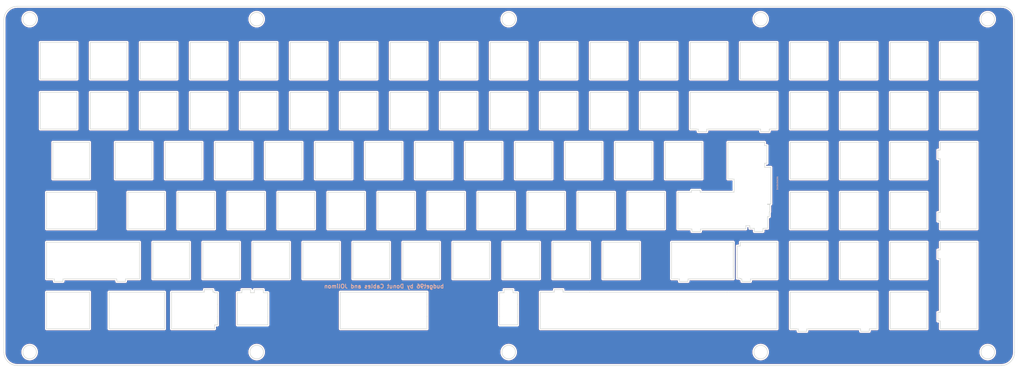
<source format=kicad_pcb>
(kicad_pcb (version 20171130) (host pcbnew "(5.0.0)")
  (layers (0 F.Cu signal) (31 B.Cu signal) (34 B.Paste user) (35 F.Paste user) (36 B.SilkS user) (37 F.SilkS user) (38 B.Mask user) (39 F.Mask user) (44 Edge.Cuts user))
  (net 0 "")
  (net 1 GND)
  (module donutbrary:budget96_plate_top (layer F.Cu) (at -38.1 139.7)
    (fp_text reference R1 hide)
    (fp_text value R hide)
    (fp_line (start 291 -131.5) (end 290.5583 -131.2603) (layer Edge.Cuts) (width 0.2))
    (fp_line (start 190.9463 -133.656) (end 190.9991 -134.18) (layer Edge.Cuts) (width 0.2))
    (fp_line (start 190.9991 -134.18) (end 191.1506 -134.668) (layer Edge.Cuts) (width 0.2))
    (fp_line (start 291.3848 -135.4945) (end 291.7023 -135.1097) (layer Edge.Cuts) (width 0.2))
    (fp_line (start 289.5463 -136.256) (end 290.0703 -136.2032) (layer Edge.Cuts) (width 0.2))
    (fp_line (start 191.7078 -135.4945) (end 192.0926 -135.812) (layer Edge.Cuts) (width 0.2))
    (fp_line (start 193.5463 -136.256) (end 193.5463 -136.256) (layer Edge.Cuts) (width 0.2))
    (fp_line (start 291.942 -132.644) (end 291.7023 -132.2023) (layer Edge.Cuts) (width 0.2))
    (fp_line (start 191.1506 -134.668) (end 191.3903 -135.1097) (layer Edge.Cuts) (width 0.2))
    (fp_line (start 193.0223 -136.2032) (end 193.5463 -136.256) (layer Edge.Cuts) (width 0.2))
    (fp_line (start 290.0703 -136.2032) (end 290.5583 -136.0517) (layer Edge.Cuts) (width 0.2))
    (fp_line (start 291.942 -134.668) (end 292.0935 -134.18) (layer Edge.Cuts) (width 0.2))
    (fp_line (start 192.5343 -136.0517) (end 193.0223 -136.2032) (layer Edge.Cuts) (width 0.2))
    (fp_line (start 291 -135.812) (end 291.3848 -135.4945) (layer Edge.Cuts) (width 0.2))
    (fp_line (start 292.1463 -133.656) (end 292.0935 -133.132) (layer Edge.Cuts) (width 0.2))
    (fp_line (start 292.0935 -133.132) (end 291.942 -132.644) (layer Edge.Cuts) (width 0.2))
    (fp_line (start 291.7023 -132.2023) (end 291.3848 -131.8175) (layer Edge.Cuts) (width 0.2))
    (fp_line (start 291.3848 -131.8175) (end 291 -131.5) (layer Edge.Cuts) (width 0.2))
    (fp_line (start 192.0926 -135.812) (end 192.5343 -136.0517) (layer Edge.Cuts) (width 0.2))
    (fp_line (start 291.7023 -135.1097) (end 291.942 -134.668) (layer Edge.Cuts) (width 0.2))
    (fp_line (start 292.0935 -134.18) (end 292.1463 -133.656) (layer Edge.Cuts) (width 0.2))
    (fp_line (start 191.3903 -135.1097) (end 191.7078 -135.4945) (layer Edge.Cuts) (width 0.2))
    (fp_line (start 290.5583 -136.0517) (end 291 -135.812) (layer Edge.Cuts) (width 0.2))
    (fp_line (start 195 -4.5) (end 194.5583 -4.2603) (layer Edge.Cuts) (width 0.2))
    (fp_line (start 196.0935 -7.18) (end 196.1463 -6.656) (layer Edge.Cuts) (width 0.2))
    (fp_line (start 96.5344 -4.2603) (end 96.0927 -4.5) (layer Edge.Cuts) (width 0.2))
    (fp_line (start 95.7079 -4.8175) (end 95.3904 -5.2023) (layer Edge.Cuts) (width 0.2))
    (fp_line (start 96.0927 -8.812) (end 96.5344 -9.0517) (layer Edge.Cuts) (width 0.2))
    (fp_line (start 97.0224 -9.2032) (end 97.5464 -9.256) (layer Edge.Cuts) (width 0.2))
    (fp_line (start 193.5463 -9.256) (end 194.0703 -9.2032) (layer Edge.Cuts) (width 0.2))
    (fp_line (start 193.0223 -4.1088) (end 192.5343 -4.2603) (layer Edge.Cuts) (width 0.2))
    (fp_line (start 192.0926 -4.5) (end 191.7078 -4.8175) (layer Edge.Cuts) (width 0.2))
    (fp_line (start 95.1507 -5.644) (end 94.9992 -6.132) (layer Edge.Cuts) (width 0.2))
    (fp_line (start 193.5463 -4.056) (end 193.0223 -4.1088) (layer Edge.Cuts) (width 0.2))
    (fp_line (start 100.0936 -6.132) (end 99.9421 -5.644) (layer Edge.Cuts) (width 0.2))
    (fp_line (start 99.9421 -5.644) (end 99.7024 -5.2023) (layer Edge.Cuts) (width 0.2))
    (fp_line (start 99.3849 -4.8175) (end 99.0001 -4.5) (layer Edge.Cuts) (width 0.2))
    (fp_line (start 94.9992 -7.18) (end 95.1507 -7.668) (layer Edge.Cuts) (width 0.2))
    (fp_line (start 96.0927 -4.5) (end 95.7079 -4.8175) (layer Edge.Cuts) (width 0.2))
    (fp_line (start 95.3904 -8.1097) (end 95.7079 -8.4945) (layer Edge.Cuts) (width 0.2))
    (fp_line (start 195 -8.812) (end 195.3848 -8.4945) (layer Edge.Cuts) (width 0.2))
    (fp_line (start 100.1464 -6.656) (end 100.0936 -6.132) (layer Edge.Cuts) (width 0.2))
    (fp_line (start 94.9464 -6.656) (end 94.9992 -7.18) (layer Edge.Cuts) (width 0.2))
    (fp_line (start 195.942 -7.668) (end 196.0935 -7.18) (layer Edge.Cuts) (width 0.2))
    (fp_line (start 195.7023 -8.1097) (end 195.942 -7.668) (layer Edge.Cuts) (width 0.2))
    (fp_line (start 196.1463 -6.656) (end 196.0935 -6.132) (layer Edge.Cuts) (width 0.2))
    (fp_line (start 195.7023 -5.2023) (end 195.3848 -4.8175) (layer Edge.Cuts) (width 0.2))
    (fp_line (start 194.0703 -4.1088) (end 193.5463 -4.056) (layer Edge.Cuts) (width 0.2))
    (fp_line (start 99.7024 -5.2023) (end 99.3849 -4.8175) (layer Edge.Cuts) (width 0.2))
    (fp_line (start 99.0001 -4.5) (end 98.5584 -4.2603) (layer Edge.Cuts) (width 0.2))
    (fp_line (start 100.0936 -7.18) (end 100.1464 -6.656) (layer Edge.Cuts) (width 0.2))
    (fp_line (start 98.0704 -4.1088) (end 97.5464 -4.056) (layer Edge.Cuts) (width 0.2))
    (fp_line (start 97.5464 -4.056) (end 97.0224 -4.1088) (layer Edge.Cuts) (width 0.2))
    (fp_line (start 97.0224 -4.1088) (end 96.5344 -4.2603) (layer Edge.Cuts) (width 0.2))
    (fp_line (start 96.5344 -9.0517) (end 97.0224 -9.2032) (layer Edge.Cuts) (width 0.2))
    (fp_line (start 194.0703 -9.2032) (end 194.5583 -9.0517) (layer Edge.Cuts) (width 0.2))
    (fp_line (start 95.3904 -5.2023) (end 95.1507 -5.644) (layer Edge.Cuts) (width 0.2))
    (fp_line (start 98.5584 -4.2603) (end 98.0704 -4.1088) (layer Edge.Cuts) (width 0.2))
    (fp_line (start 95.1507 -7.668) (end 95.3904 -8.1097) (layer Edge.Cuts) (width 0.2))
    (fp_line (start 195.942 -5.644) (end 195.7023 -5.2023) (layer Edge.Cuts) (width 0.2))
    (fp_line (start 194.5583 -9.0517) (end 195 -8.812) (layer Edge.Cuts) (width 0.2))
    (fp_line (start 196.0935 -6.132) (end 195.942 -5.644) (layer Edge.Cuts) (width 0.2))
    (fp_line (start 195.3848 -8.4945) (end 195.7023 -8.1097) (layer Edge.Cuts) (width 0.2))
    (fp_line (start 195.3848 -4.8175) (end 195 -4.5) (layer Edge.Cuts) (width 0.2))
    (fp_line (start 194.5583 -4.2603) (end 194.0703 -4.1088) (layer Edge.Cuts) (width 0.2))
    (fp_line (start 97.5464 -9.256) (end 97.5464 -9.256) (layer Edge.Cuts) (width 0.2))
    (fp_line (start 192.5343 -4.2603) (end 192.0926 -4.5) (layer Edge.Cuts) (width 0.2))
    (fp_line (start 94.9992 -6.132) (end 94.9464 -6.656) (layer Edge.Cuts) (width 0.2))
    (fp_line (start 95.7079 -8.4945) (end 96.0927 -8.812) (layer Edge.Cuts) (width 0.2))
    (fp_line (start 6.2578 -1.5503) (end 5.2523 -1.6522) (layer Edge.Cuts) (width 0.2))
    (fp_line (start 4.3148 -1.9443) (end 3.4656 -2.4062) (layer Edge.Cuts) (width 0.2))
    (fp_line (start 3.4656 -2.4062) (end 2.7252 -3.0176) (layer Edge.Cuts) (width 0.2))
    (fp_line (start 381.258 -1.5503) (end 6.2578 -1.5503) (layer Edge.Cuts) (width 0.2))
    (fp_line (start 5.2523 -1.6522) (end 4.3148 -1.9443) (layer Edge.Cuts) (width 0.2))
    (fp_line (start 287.3903 -8.1097) (end 287.7078 -8.4945) (layer Edge.Cuts) (width 0.2))
    (fp_line (start 288.5343 -9.0517) (end 289.0223 -9.2032) (layer Edge.Cuts) (width 0.2))
    (fp_line (start 292.1463 -6.656) (end 292.0935 -6.132) (layer Edge.Cuts) (width 0.2))
    (fp_line (start 291.942 -5.644) (end 291.7023 -5.2023) (layer Edge.Cuts) (width 0.2))
    (fp_line (start 288.0926 -4.5) (end 287.7078 -4.8175) (layer Edge.Cuts) (width 0.2))
    (fp_line (start 287.3903 -5.2023) (end 287.1506 -5.644) (layer Edge.Cuts) (width 0.2))
    (fp_line (start 289.0223 -9.2032) (end 289.5463 -9.256) (layer Edge.Cuts) (width 0.2))
    (fp_line (start 289.5463 -9.256) (end 289.5463 -9.256) (layer Edge.Cuts) (width 0.2))
    (fp_line (start 191.3903 -5.2023) (end 191.1506 -5.644) (layer Edge.Cuts) (width 0.2))
    (fp_line (start 291.3848 -4.8175) (end 291 -4.5) (layer Edge.Cuts) (width 0.2))
    (fp_line (start 191.3903 -8.1097) (end 191.7078 -8.4945) (layer Edge.Cuts) (width 0.2))
    (fp_line (start 193.0223 -9.2032) (end 193.5463 -9.256) (layer Edge.Cuts) (width 0.2))
    (fp_line (start 289.5463 -9.256) (end 290.0703 -9.2032) (layer Edge.Cuts) (width 0.2))
    (fp_line (start 192.0926 -8.812) (end 192.5343 -9.0517) (layer Edge.Cuts) (width 0.2))
    (fp_line (start 290.5583 -9.0517) (end 291 -8.812) (layer Edge.Cuts) (width 0.2))
    (fp_line (start 292.0935 -6.132) (end 291.942 -5.644) (layer Edge.Cuts) (width 0.2))
    (fp_line (start 192.5343 -9.0517) (end 193.0223 -9.2032) (layer Edge.Cuts) (width 0.2))
    (fp_line (start 290.0703 -4.1088) (end 289.5463 -4.056) (layer Edge.Cuts) (width 0.2))
    (fp_line (start 290.5583 -4.2603) (end 290.0703 -4.1088) (layer Edge.Cuts) (width 0.2))
    (fp_line (start 289.0223 -4.1088) (end 288.5343 -4.2603) (layer Edge.Cuts) (width 0.2))
    (fp_line (start 286.9463 -6.656) (end 286.9991 -7.18) (layer Edge.Cuts) (width 0.2))
    (fp_line (start 287.1506 -7.668) (end 287.3903 -8.1097) (layer Edge.Cuts) (width 0.2))
    (fp_line (start 191.7078 -8.4945) (end 192.0926 -8.812) (layer Edge.Cuts) (width 0.2))
    (fp_line (start 191.1506 -5.644) (end 190.9991 -6.132) (layer Edge.Cuts) (width 0.2))
    (fp_line (start 190.9463 -6.656) (end 190.9991 -7.18) (layer Edge.Cuts) (width 0.2))
    (fp_line (start 290.0703 -9.2032) (end 290.5583 -9.0517) (layer Edge.Cuts) (width 0.2))
    (fp_line (start 291 -8.812) (end 291.3848 -8.4945) (layer Edge.Cuts) (width 0.2))
    (fp_line (start 291.7023 -8.1097) (end 291.942 -7.668) (layer Edge.Cuts) (width 0.2))
    (fp_line (start 193.5463 -9.256) (end 193.5463 -9.256) (layer Edge.Cuts) (width 0.2))
    (fp_line (start 191.7078 -4.8175) (end 191.3903 -5.2023) (layer Edge.Cuts) (width 0.2))
    (fp_line (start 291.942 -7.668) (end 292.0935 -7.18) (layer Edge.Cuts) (width 0.2))
    (fp_line (start 292.0935 -7.18) (end 292.1463 -6.656) (layer Edge.Cuts) (width 0.2))
    (fp_line (start 287.7078 -4.8175) (end 287.3903 -5.2023) (layer Edge.Cuts) (width 0.2))
    (fp_line (start 190.9991 -6.132) (end 190.9463 -6.656) (layer Edge.Cuts) (width 0.2))
    (fp_line (start 190.9991 -7.18) (end 191.1506 -7.668) (layer Edge.Cuts) (width 0.2))
    (fp_line (start 291.3848 -8.4945) (end 291.7023 -8.1097) (layer Edge.Cuts) (width 0.2))
    (fp_line (start 291.7023 -5.2023) (end 291.3848 -4.8175) (layer Edge.Cuts) (width 0.2))
    (fp_line (start 289.5463 -4.056) (end 289.0223 -4.1088) (layer Edge.Cuts) (width 0.2))
    (fp_line (start 286.9991 -6.132) (end 286.9463 -6.656) (layer Edge.Cuts) (width 0.2))
    (fp_line (start 286.9991 -7.18) (end 287.1506 -7.668) (layer Edge.Cuts) (width 0.2))
    (fp_line (start 287.7078 -8.4945) (end 288.0926 -8.812) (layer Edge.Cuts) (width 0.2))
    (fp_line (start 288.0926 -8.812) (end 288.5343 -9.0517) (layer Edge.Cuts) (width 0.2))
    (fp_line (start 287.1506 -5.644) (end 286.9991 -6.132) (layer Edge.Cuts) (width 0.2))
    (fp_line (start 191.1506 -7.668) (end 191.3903 -8.1097) (layer Edge.Cuts) (width 0.2))
    (fp_line (start 291 -4.5) (end 290.5583 -4.2603) (layer Edge.Cuts) (width 0.2))
    (fp_line (start 288.5343 -4.2603) (end 288.0926 -4.5) (layer Edge.Cuts) (width 0.2))
    (fp_line (start 377.8848 -135.4945) (end 378.2023 -135.1097) (layer Edge.Cuts) (width 0.2))
    (fp_line (start 378.6463 -133.656) (end 378.5935 -133.132) (layer Edge.Cuts) (width 0.2))
    (fp_line (start 376.0463 -131.056) (end 375.5223 -131.1088) (layer Edge.Cuts) (width 0.2))
    (fp_line (start 378.442 -132.644) (end 378.2023 -132.2023) (layer Edge.Cuts) (width 0.2))
    (fp_line (start 378.2023 -132.2023) (end 377.8848 -131.8175) (layer Edge.Cuts) (width 0.2))
    (fp_line (start 377.5 -131.5) (end 377.0583 -131.2603) (layer Edge.Cuts) (width 0.2))
    (fp_line (start 377.0583 -131.2603) (end 376.5703 -131.1088) (layer Edge.Cuts) (width 0.2))
    (fp_line (start 375.0343 -131.2603) (end 374.5926 -131.5) (layer Edge.Cuts) (width 0.2))
    (fp_line (start 373.4463 -133.656) (end 373.4991 -134.18) (layer Edge.Cuts) (width 0.2))
    (fp_line (start 378.2023 -135.1097) (end 378.442 -134.668) (layer Edge.Cuts) (width 0.2))
    (fp_line (start 378.442 -134.668) (end 378.5935 -134.18) (layer Edge.Cuts) (width 0.2))
    (fp_line (start 378.5935 -134.18) (end 378.6463 -133.656) (layer Edge.Cuts) (width 0.2))
    (fp_line (start 377.8848 -131.8175) (end 377.5 -131.5) (layer Edge.Cuts) (width 0.2))
    (fp_line (start 376.5703 -131.1088) (end 376.0463 -131.056) (layer Edge.Cuts) (width 0.2))
    (fp_line (start 375.5223 -131.1088) (end 375.0343 -131.2603) (layer Edge.Cuts) (width 0.2))
    (fp_line (start 373.8903 -132.2023) (end 373.6506 -132.644) (layer Edge.Cuts) (width 0.2))
    (fp_line (start 373.4991 -133.132) (end 373.4463 -133.656) (layer Edge.Cuts) (width 0.2))
    (fp_line (start 374.2078 -131.8175) (end 373.8903 -132.2023) (layer Edge.Cuts) (width 0.2))
    (fp_line (start 373.4991 -134.18) (end 373.6506 -134.668) (layer Edge.Cuts) (width 0.2))
    (fp_line (start 373.6506 -134.668) (end 373.8903 -135.1097) (layer Edge.Cuts) (width 0.2))
    (fp_line (start 378.5935 -133.132) (end 378.442 -132.644) (layer Edge.Cuts) (width 0.2))
    (fp_line (start 374.5926 -131.5) (end 374.2078 -131.8175) (layer Edge.Cuts) (width 0.2))
    (fp_line (start 373.6506 -132.644) (end 373.4991 -133.132) (layer Edge.Cuts) (width 0.2))
    (fp_line (start 12.0583 -131.2603) (end 11.5703 -131.1088) (layer Edge.Cuts) (width 0.2))
    (fp_line (start 8.8903 -132.2023) (end 8.6506 -132.644) (layer Edge.Cuts) (width 0.2))
    (fp_line (start 8.6506 -132.644) (end 8.4991 -133.132) (layer Edge.Cuts) (width 0.2))
    (fp_line (start 9.2078 -131.8175) (end 8.8903 -132.2023) (layer Edge.Cuts) (width 0.2))
    (fp_line (start 11.0463 -131.056) (end 10.5223 -131.1088) (layer Edge.Cuts) (width 0.2))
    (fp_line (start 11.5703 -131.1088) (end 11.0463 -131.056) (layer Edge.Cuts) (width 0.2))
    (fp_line (start 10.0343 -131.2603) (end 9.5926 -131.5) (layer Edge.Cuts) (width 0.2))
    (fp_line (start 10.5223 -131.1088) (end 10.0343 -131.2603) (layer Edge.Cuts) (width 0.2))
    (fp_line (start 12.8848 -131.8175) (end 12.5 -131.5) (layer Edge.Cuts) (width 0.2))
    (fp_line (start 12.5 -131.5) (end 12.0583 -131.2603) (layer Edge.Cuts) (width 0.2))
    (fp_line (start 9.5926 -131.5) (end 9.2078 -131.8175) (layer Edge.Cuts) (width 0.2))
    (fp_line (start 97.5464 -131.056) (end 97.0224 -131.1088) (layer Edge.Cuts) (width 0.2))
    (fp_line (start 97.0224 -131.1088) (end 96.5344 -131.2603) (layer Edge.Cuts) (width 0.2))
    (fp_line (start 99.3849 -131.8175) (end 99.0001 -131.5) (layer Edge.Cuts) (width 0.2))
    (fp_line (start 96.0927 -131.5) (end 95.7079 -131.8175) (layer Edge.Cuts) (width 0.2))
    (fp_line (start 95.3904 -132.2023) (end 95.1507 -132.644) (layer Edge.Cuts) (width 0.2))
    (fp_line (start 99.0001 -131.5) (end 98.5584 -131.2603) (layer Edge.Cuts) (width 0.2))
    (fp_line (start 98.0704 -131.1088) (end 97.5464 -131.056) (layer Edge.Cuts) (width 0.2))
    (fp_line (start 96.5344 -131.2603) (end 96.0927 -131.5) (layer Edge.Cuts) (width 0.2))
    (fp_line (start 95.1507 -132.644) (end 94.9992 -133.132) (layer Edge.Cuts) (width 0.2))
    (fp_line (start 95.7079 -131.8175) (end 95.3904 -132.2023) (layer Edge.Cuts) (width 0.2))
    (fp_line (start 98.5584 -131.2603) (end 98.0704 -131.1088) (layer Edge.Cuts) (width 0.2))
    (fp_line (start 288.0926 -131.5) (end 287.7078 -131.8175) (layer Edge.Cuts) (width 0.2))
    (fp_line (start 287.7078 -135.4945) (end 288.0926 -135.812) (layer Edge.Cuts) (width 0.2))
    (fp_line (start 287.3903 -132.2023) (end 287.1506 -132.644) (layer Edge.Cuts) (width 0.2))
    (fp_line (start 377.0583 -136.0517) (end 377.5 -135.812) (layer Edge.Cuts) (width 0.2))
    (fp_line (start 376.0463 -136.256) (end 376.5703 -136.2032) (layer Edge.Cuts) (width 0.2))
    (fp_line (start 287.7078 -131.8175) (end 287.3903 -132.2023) (layer Edge.Cuts) (width 0.2))
    (fp_line (start 286.9463 -133.656) (end 286.9991 -134.18) (layer Edge.Cuts) (width 0.2))
    (fp_line (start 287.3903 -135.1097) (end 287.7078 -135.4945) (layer Edge.Cuts) (width 0.2))
    (fp_line (start 290.0703 -131.1088) (end 289.5463 -131.056) (layer Edge.Cuts) (width 0.2))
    (fp_line (start 289.5463 -136.256) (end 289.5463 -136.256) (layer Edge.Cuts) (width 0.2))
    (fp_line (start 376.5703 -136.2032) (end 377.0583 -136.0517) (layer Edge.Cuts) (width 0.2))
    (fp_line (start 288.5343 -131.2603) (end 288.0926 -131.5) (layer Edge.Cuts) (width 0.2))
    (fp_line (start 289.0223 -131.1088) (end 288.5343 -131.2603) (layer Edge.Cuts) (width 0.2))
    (fp_line (start 287.1506 -134.668) (end 287.3903 -135.1097) (layer Edge.Cuts) (width 0.2))
    (fp_line (start 290.5583 -131.2603) (end 290.0703 -131.1088) (layer Edge.Cuts) (width 0.2))
    (fp_line (start 287.1506 -132.644) (end 286.9991 -133.132) (layer Edge.Cuts) (width 0.2))
    (fp_line (start 288.0926 -135.812) (end 288.5343 -136.0517) (layer Edge.Cuts) (width 0.2))
    (fp_line (start 289.0223 -136.2032) (end 289.5463 -136.256) (layer Edge.Cuts) (width 0.2))
    (fp_line (start 289.5463 -131.056) (end 289.0223 -131.1088) (layer Edge.Cuts) (width 0.2))
    (fp_line (start 286.9991 -133.132) (end 286.9463 -133.656) (layer Edge.Cuts) (width 0.2))
    (fp_line (start 286.9991 -134.18) (end 287.1506 -134.668) (layer Edge.Cuts) (width 0.2))
    (fp_line (start 377.5 -135.812) (end 377.8848 -135.4945) (layer Edge.Cuts) (width 0.2))
    (fp_line (start 288.5343 -136.0517) (end 289.0223 -136.2032) (layer Edge.Cuts) (width 0.2))
    (fp_line (start 283.8888 -54.8816) (end 285.4138 -54.8816) (layer Edge.Cuts) (width 0.2))
    (fp_line (start 292.1638 -62.9316) (end 292.1638 -63.1566) (layer Edge.Cuts) (width 0.2))
    (fp_line (start 279.4138 -72.6816) (end 279.4138 -67.6316) (layer Edge.Cuts) (width 0.2))
    (fp_line (start 36.2388 -53.6316) (end 36.2388 -67.6316) (layer Edge.Cuts) (width 0.2))
    (fp_line (start 62.4328 -67.6316) (end 48.4328 -67.6316) (layer Edge.Cuts) (width 0.2))
    (fp_line (start 67.4828 -67.6316) (end 67.4828 -67.6316) (layer Edge.Cuts) (width 0.2))
    (fp_line (start 86.5328 -53.6316) (end 100.5328 -53.6316) (layer Edge.Cuts) (width 0.2))
    (fp_line (start 100.5328 -67.6316) (end 86.5328 -67.6316) (layer Edge.Cuts) (width 0.2))
    (fp_line (start 105.5828 -67.6316) (end 105.5828 -53.6316) (layer Edge.Cuts) (width 0.2))
    (fp_line (start 119.5828 -53.6316) (end 119.5828 -67.6316) (layer Edge.Cuts) (width 0.2))
    (fp_line (start 105.5828 -67.6316) (end 105.5828 -67.6316) (layer Edge.Cuts) (width 0.2))
    (fp_line (start 124.6328 -53.6316) (end 138.6328 -53.6316) (layer Edge.Cuts) (width 0.2))
    (fp_line (start 291.9438 -85.4316) (end 291.0328 -85.4316) (layer Edge.Cuts) (width 0.2))
    (fp_line (start 290.4388 -52.6616) (end 290.4388 -53.8616) (layer Edge.Cuts) (width 0.2))
    (fp_line (start 266.4953 -67.6316) (end 266.4953 -67.6316) (layer Edge.Cuts) (width 0.2))
    (fp_line (start 48.4328 -67.6316) (end 48.4328 -67.6316) (layer Edge.Cuts) (width 0.2))
    (fp_line (start 266.6378 -53.6316) (end 283.8888 -53.6316) (layer Edge.Cuts) (width 0.2))
    (fp_line (start 266.6378 -52.6616) (end 266.6378 -53.6316) (layer Edge.Cuts) (width 0.2))
    (fp_line (start 292.9888 -62.9316) (end 292.1638 -62.9316) (layer Edge.Cuts) (width 0.2))
    (fp_line (start 293.4138 -77.1566) (end 291.0328 -77.1566) (layer Edge.Cuts) (width 0.2))
    (fp_line (start 17.4768 -67.6316) (end 17.4768 -53.6316) (layer Edge.Cuts) (width 0.2))
    (fp_line (start 48.4328 -53.6316) (end 62.4328 -53.6316) (layer Edge.Cuts) (width 0.2))
    (fp_line (start 62.4328 -53.6316) (end 62.4328 -67.6316) (layer Edge.Cuts) (width 0.2))
    (fp_line (start 277.0328 -72.6816) (end 279.4138 -72.6816) (layer Edge.Cuts) (width 0.2))
    (fp_line (start 67.4828 -53.6316) (end 81.4828 -53.6316) (layer Edge.Cuts) (width 0.2))
    (fp_line (start 263.3388 -52.6616) (end 266.6378 -52.6616) (layer Edge.Cuts) (width 0.2))
    (fp_line (start 292.8463 -58.3316) (end 292.8463 -60.1316) (layer Edge.Cuts) (width 0.2))
    (fp_line (start 292.1638 -63.1566) (end 293.4138 -63.1566) (layer Edge.Cuts) (width 0.2))
    (fp_line (start 293.4138 -63.1566) (end 293.4138 -77.1566) (layer Edge.Cuts) (width 0.2))
    (fp_line (start 292.9888 -60.1316) (end 292.9888 -62.9316) (layer Edge.Cuts) (width 0.2))
    (fp_line (start 291.0328 -78.6816) (end 291.9438 -78.6816) (layer Edge.Cuts) (width 0.2))
    (fp_line (start 291.9438 -78.6816) (end 291.9438 -85.4316) (layer Edge.Cuts) (width 0.2))
    (fp_line (start 287.1388 -53.8616) (end 287.1388 -52.6616) (layer Edge.Cuts) (width 0.2))
    (fp_line (start 287.1388 -52.6616) (end 290.4388 -52.6616) (layer Edge.Cuts) (width 0.2))
    (fp_line (start 285.4138 -54.8816) (end 285.4138 -53.8616) (layer Edge.Cuts) (width 0.2))
    (fp_line (start 279.4138 -67.6316) (end 266.4953 -67.6316) (layer Edge.Cuts) (width 0.2))
    (fp_line (start 48.4328 -67.6316) (end 48.4328 -53.6316) (layer Edge.Cuts) (width 0.2))
    (fp_line (start 292.1638 -58.3316) (end 292.8463 -58.3316) (layer Edge.Cuts) (width 0.2))
    (fp_line (start 292.8463 -60.1316) (end 292.9888 -60.1316) (layer Edge.Cuts) (width 0.2))
    (fp_line (start 292.1638 -53.8616) (end 292.1638 -58.3316) (layer Edge.Cuts) (width 0.2))
    (fp_line (start 291.0328 -86.6816) (end 277.0328 -86.6816) (layer Edge.Cuts) (width 0.2))
    (fp_line (start 291.0328 -85.4316) (end 291.0328 -86.6816) (layer Edge.Cuts) (width 0.2))
    (fp_line (start 36.2388 -67.6316) (end 17.4768 -67.6316) (layer Edge.Cuts) (width 0.2))
    (fp_line (start 81.4828 -53.6316) (end 81.4828 -67.6316) (layer Edge.Cuts) (width 0.2))
    (fp_line (start 81.4828 -67.6316) (end 67.4828 -67.6316) (layer Edge.Cuts) (width 0.2))
    (fp_line (start 283.8888 -53.6316) (end 283.8888 -54.8816) (layer Edge.Cuts) (width 0.2))
    (fp_line (start 291.0328 -77.1566) (end 291.0328 -78.6816) (layer Edge.Cuts) (width 0.2))
    (fp_line (start 285.4138 -53.8616) (end 287.1388 -53.8616) (layer Edge.Cuts) (width 0.2))
    (fp_line (start 290.4388 -53.8616) (end 292.1638 -53.8616) (layer Edge.Cuts) (width 0.2))
    (fp_line (start 277.0328 -86.6816) (end 277.0328 -72.6816) (layer Edge.Cuts) (width 0.2))
    (fp_line (start 17.4768 -53.6316) (end 36.2388 -53.6316) (layer Edge.Cuts) (width 0.2))
    (fp_line (start 17.4768 -67.6316) (end 17.4768 -67.6316) (layer Edge.Cuts) (width 0.2))
    (fp_line (start 67.4828 -67.6316) (end 67.4828 -53.6316) (layer Edge.Cuts) (width 0.2))
    (fp_line (start 86.5328 -67.6316) (end 86.5328 -53.6316) (layer Edge.Cuts) (width 0.2))
    (fp_line (start 100.5328 -53.6316) (end 100.5328 -67.6316) (layer Edge.Cuts) (width 0.2))
    (fp_line (start 86.5328 -67.6316) (end 86.5328 -67.6316) (layer Edge.Cuts) (width 0.2))
    (fp_line (start 105.5828 -53.6316) (end 119.5828 -53.6316) (layer Edge.Cuts) (width 0.2))
    (fp_line (start 119.5828 -67.6316) (end 105.5828 -67.6316) (layer Edge.Cuts) (width 0.2))
    (fp_line (start 124.6328 -67.6316) (end 124.6328 -53.6316) (layer Edge.Cuts) (width 0.2))
    (fp_line (start 138.6328 -53.6316) (end 138.6328 -67.6316) (layer Edge.Cuts) (width 0.2))
    (fp_line (start 138.6328 -67.6316) (end 124.6328 -67.6316) (layer Edge.Cuts) (width 0.2))
    (fp_line (start 124.6328 -67.6316) (end 124.6328 -67.6316) (layer Edge.Cuts) (width 0.2))
    (fp_line (start 143.6828 -67.6316) (end 143.6828 -53.6316) (layer Edge.Cuts) (width 0.2))
    (fp_line (start 143.6828 -53.6316) (end 157.6828 -53.6316) (layer Edge.Cuts) (width 0.2))
    (fp_line (start 176.7328 -67.6316) (end 162.7328 -67.6316) (layer Edge.Cuts) (width 0.2))
    (fp_line (start 200.8328 -67.6316) (end 200.8328 -53.6316) (layer Edge.Cuts) (width 0.2))
    (fp_line (start 195.7828 -53.6316) (end 195.7828 -67.6316) (layer Edge.Cuts) (width 0.2))
    (fp_line (start 162.7328 -67.6316) (end 162.7328 -67.6316) (layer Edge.Cuts) (width 0.2))
    (fp_line (start 233.8828 -53.6316) (end 233.8828 -67.6316) (layer Edge.Cuts) (width 0.2))
    (fp_line (start 157.6828 -67.6316) (end 143.6828 -67.6316) (layer Edge.Cuts) (width 0.2))
    (fp_line (start 214.8328 -53.6316) (end 214.8328 -67.6316) (layer Edge.Cuts) (width 0.2))
    (fp_line (start 238.9328 -53.6316) (end 252.9328 -53.6316) (layer Edge.Cuts) (width 0.2))
    (fp_line (start 300.8458 -67.6316) (end 300.8458 -53.6316) (layer Edge.Cuts) (width 0.2))
    (fp_line (start 162.7328 -67.6316) (end 162.7328 -53.6316) (layer Edge.Cuts) (width 0.2))
    (fp_line (start 238.9328 -67.6316) (end 238.9328 -67.6316) (layer Edge.Cuts) (width 0.2))
    (fp_line (start 181.7828 -53.6316) (end 195.7828 -53.6316) (layer Edge.Cuts) (width 0.2))
    (fp_line (start 238.9328 -67.6316) (end 238.9328 -53.6316) (layer Edge.Cuts) (width 0.2))
    (fp_line (start 314.8458 -67.6316) (end 300.8458 -67.6316) (layer Edge.Cuts) (width 0.2))
    (fp_line (start 219.8828 -53.6316) (end 233.8828 -53.6316) (layer Edge.Cuts) (width 0.2))
    (fp_line (start 300.8458 -53.6316) (end 314.8458 -53.6316) (layer Edge.Cuts) (width 0.2))
    (fp_line (start 181.7828 -67.6316) (end 181.7828 -67.6316) (layer Edge.Cuts) (width 0.2))
    (fp_line (start 314.8458 -53.6316) (end 314.8458 -67.6316) (layer Edge.Cuts) (width 0.2))
    (fp_line (start 300.8458 -67.6316) (end 300.8458 -67.6316) (layer Edge.Cuts) (width 0.2))
    (fp_line (start 181.7828 -67.6316) (end 181.7828 -53.6316) (layer Edge.Cuts) (width 0.2))
    (fp_line (start 195.7828 -67.6316) (end 181.7828 -67.6316) (layer Edge.Cuts) (width 0.2))
    (fp_line (start 200.8328 -67.6316) (end 200.8328 -67.6316) (layer Edge.Cuts) (width 0.2))
    (fp_line (start 319.8958 -67.6316) (end 319.8958 -53.6316) (layer Edge.Cuts) (width 0.2))
    (fp_line (start 319.8958 -53.6316) (end 333.8958 -53.6316) (layer Edge.Cuts) (width 0.2))
    (fp_line (start 333.8958 -67.6316) (end 319.8958 -67.6316) (layer Edge.Cuts) (width 0.2))
    (fp_line (start 157.6828 -53.6316) (end 157.6828 -67.6316) (layer Edge.Cuts) (width 0.2))
    (fp_line (start 176.7328 -53.6316) (end 176.7328 -67.6316) (layer Edge.Cuts) (width 0.2))
    (fp_line (start 200.8328 -53.6316) (end 214.8328 -53.6316) (layer Edge.Cuts) (width 0.2))
    (fp_line (start 252.9328 -53.6316) (end 252.9328 -67.6316) (layer Edge.Cuts) (width 0.2))
    (fp_line (start 219.8828 -67.6316) (end 219.8828 -53.6316) (layer Edge.Cuts) (width 0.2))
    (fp_line (start 252.9328 -67.6316) (end 238.9328 -67.6316) (layer Edge.Cuts) (width 0.2))
    (fp_line (start 333.8958 -53.6316) (end 333.8958 -67.6316) (layer Edge.Cuts) (width 0.2))
    (fp_line (start 319.8958 -67.6316) (end 319.8958 -67.6316) (layer Edge.Cuts) (width 0.2))
    (fp_line (start 143.6828 -67.6316) (end 143.6828 -67.6316) (layer Edge.Cuts) (width 0.2))
    (fp_line (start 162.7328 -53.6316) (end 176.7328 -53.6316) (layer Edge.Cuts) (width 0.2))
    (fp_line (start 338.9458 -67.6316) (end 338.9458 -53.6316) (layer Edge.Cuts) (width 0.2))
    (fp_line (start 338.9458 -53.6316) (end 352.9458 -53.6316) (layer Edge.Cuts) (width 0.2))
    (fp_line (start 214.8328 -67.6316) (end 200.8328 -67.6316) (layer Edge.Cuts) (width 0.2))
    (fp_line (start 233.8828 -67.6316) (end 219.8828 -67.6316) (layer Edge.Cuts) (width 0.2))
    (fp_line (start 219.8828 -67.6316) (end 219.8828 -67.6316) (layer Edge.Cuts) (width 0.2))
    (fp_line (start 96.6458 -29.3026) (end 96.6458 -30.5026) (layer Edge.Cuts) (width 0.2))
    (fp_line (start 96.6458 -30.5026) (end 100.0708 -30.5026) (layer Edge.Cuts) (width 0.2))
    (fp_line (start 91.8888 -30.5026) (end 95.1888 -30.5026) (layer Edge.Cuts) (width 0.2))
    (fp_line (start 101.7958 -17.0026) (end 90.1638 -17.0026) (layer Edge.Cuts) (width 0.2))
    (fp_line (start 82.6198 -17.0026) (end 82.6198 -20.2336) (layer Edge.Cuts) (width 0.2))
    (fp_line (start 82.6198 -24.8326) (end 82.6198 -24.8326) (layer Edge.Cuts) (width 0.2))
    (fp_line (start 300.8458 -15.5326) (end 303.8208 -15.5326) (layer Edge.Cuts) (width 0.2))
    (fp_line (start 307.1208 -14.5626) (end 307.1208 -15.5326) (layer Edge.Cuts) (width 0.2))
    (fp_line (start 162.4458 -20.2326) (end 162.4458 -24.8316) (layer Edge.Cuts) (width 0.2))
    (fp_line (start 129.3948 -20.2326) (end 129.3948 -15.5326) (layer Edge.Cuts) (width 0.2))
    (fp_line (start 303.8208 -14.5626) (end 307.1208 -14.5626) (layer Edge.Cuts) (width 0.2))
    (fp_line (start 327.6208 -15.5326) (end 327.6208 -14.5626) (layer Edge.Cuts) (width 0.2))
    (fp_line (start 327.6208 -14.5626) (end 330.9208 -14.5626) (layer Edge.Cuts) (width 0.2))
    (fp_line (start 17.4768 -29.5326) (end 17.4768 -15.5326) (layer Edge.Cuts) (width 0.2))
    (fp_line (start 33.8578 -15.5326) (end 33.8578 -29.5326) (layer Edge.Cuts) (width 0.2))
    (fp_line (start 41.2888 -29.5326) (end 41.2888 -15.5326) (layer Edge.Cuts) (width 0.2))
    (fp_line (start 62.4328 -15.5326) (end 62.4328 -29.5326) (layer Edge.Cuts) (width 0.2))
    (fp_line (start 162.4458 -24.8316) (end 162.4458 -29.5326) (layer Edge.Cuts) (width 0.2))
    (fp_line (start 162.4458 -15.5326) (end 162.4458 -20.2326) (layer Edge.Cuts) (width 0.2))
    (fp_line (start 90.1638 -20.2336) (end 90.1638 -24.8326) (layer Edge.Cuts) (width 0.2))
    (fp_line (start 33.8578 -29.5326) (end 17.4768 -29.5326) (layer Edge.Cuts) (width 0.2))
    (fp_line (start 77.5948 -29.5326) (end 65.1018 -29.5326) (layer Edge.Cuts) (width 0.2))
    (fp_line (start 100.0708 -29.3026) (end 101.7958 -29.3026) (layer Edge.Cuts) (width 0.2))
    (fp_line (start 62.4328 -29.5326) (end 41.2888 -29.5326) (layer Edge.Cuts) (width 0.2))
    (fp_line (start 41.2888 -29.5326) (end 41.2888 -29.5326) (layer Edge.Cuts) (width 0.2))
    (fp_line (start 129.3948 -15.5326) (end 162.4458 -15.5326) (layer Edge.Cuts) (width 0.2))
    (fp_line (start 90.1638 -29.3026) (end 91.8888 -29.3026) (layer Edge.Cuts) (width 0.2))
    (fp_line (start 101.7958 -20.2336) (end 101.7958 -17.0026) (layer Edge.Cuts) (width 0.2))
    (fp_line (start 91.8888 -29.3026) (end 91.8888 -30.5026) (layer Edge.Cuts) (width 0.2))
    (fp_line (start 101.7958 -24.8326) (end 101.7958 -24.8326) (layer Edge.Cuts) (width 0.2))
    (fp_line (start 81.4828 -29.3026) (end 81.4828 -29.5326) (layer Edge.Cuts) (width 0.2))
    (fp_line (start 95.1888 -29.3026) (end 96.6458 -29.3026) (layer Edge.Cuts) (width 0.2))
    (fp_line (start 80.8948 -30.5026) (end 77.5948 -30.5026) (layer Edge.Cuts) (width 0.2))
    (fp_line (start 95.1888 -30.5026) (end 95.1888 -29.3026) (layer Edge.Cuts) (width 0.2))
    (fp_line (start 100.0708 -30.5026) (end 100.0708 -29.3026) (layer Edge.Cuts) (width 0.2))
    (fp_line (start 162.4458 -20.2326) (end 162.4458 -20.2326) (layer Edge.Cuts) (width 0.2))
    (fp_line (start 81.4828 -29.5326) (end 80.8948 -29.5326) (layer Edge.Cuts) (width 0.2))
    (fp_line (start 77.5948 -30.5026) (end 77.5948 -29.5326) (layer Edge.Cuts) (width 0.2))
    (fp_line (start 90.1638 -24.8326) (end 90.1638 -29.3026) (layer Edge.Cuts) (width 0.2))
    (fp_line (start 129.3948 -24.8316) (end 129.3948 -20.2326) (layer Edge.Cuts) (width 0.2))
    (fp_line (start 90.1638 -17.0026) (end 90.1638 -20.2336) (layer Edge.Cuts) (width 0.2))
    (fp_line (start 101.7958 -29.3026) (end 101.7958 -24.8326) (layer Edge.Cuts) (width 0.2))
    (fp_line (start 80.8948 -29.5326) (end 80.8948 -30.5026) (layer Edge.Cuts) (width 0.2))
    (fp_line (start 65.1018 -29.5326) (end 65.1018 -15.5326) (layer Edge.Cuts) (width 0.2))
    (fp_line (start 162.4458 -29.5326) (end 129.3948 -29.5326) (layer Edge.Cuts) (width 0.2))
    (fp_line (start 129.3948 -29.5326) (end 129.3948 -24.8316) (layer Edge.Cuts) (width 0.2))
    (fp_line (start 81.4828 -15.5326) (end 81.4828 -17.0026) (layer Edge.Cuts) (width 0.2))
    (fp_line (start 101.7958 -24.8326) (end 101.7958 -20.2336) (layer Edge.Cuts) (width 0.2))
    (fp_line (start 82.6198 -29.3026) (end 81.4828 -29.3026) (layer Edge.Cuts) (width 0.2))
    (fp_line (start 82.6198 -24.8326) (end 82.6198 -29.3026) (layer Edge.Cuts) (width 0.2))
    (fp_line (start 65.1018 -15.5326) (end 81.4828 -15.5326) (layer Edge.Cuts) (width 0.2))
    (fp_line (start 81.4828 -17.0026) (end 82.6198 -17.0026) (layer Edge.Cuts) (width 0.2))
    (fp_line (start 82.6198 -20.2336) (end 82.6198 -24.8326) (layer Edge.Cuts) (width 0.2))
    (fp_line (start 300.8458 -29.5326) (end 300.8458 -15.5326) (layer Edge.Cuts) (width 0.2))
    (fp_line (start 303.8208 -15.5326) (end 303.8208 -14.5626) (layer Edge.Cuts) (width 0.2))
    (fp_line (start 307.1208 -15.5326) (end 327.6208 -15.5326) (layer Edge.Cuts) (width 0.2))
    (fp_line (start 330.9208 -14.5626) (end 330.9208 -15.5326) (layer Edge.Cuts) (width 0.2))
    (fp_line (start 330.9208 -15.5326) (end 333.8958 -15.5326) (layer Edge.Cuts) (width 0.2))
    (fp_line (start 333.8958 -15.5326) (end 333.8958 -29.5326) (layer Edge.Cuts) (width 0.2))
    (fp_line (start 333.8958 -29.5326) (end 300.8458 -29.5326) (layer Edge.Cuts) (width 0.2))
    (fp_line (start 300.8458 -29.5326) (end 300.8458 -29.5326) (layer Edge.Cuts) (width 0.2))
    (fp_line (start 17.4768 -15.5326) (end 33.8578 -15.5326) (layer Edge.Cuts) (width 0.2))
    (fp_line (start 17.4768 -29.5326) (end 17.4768 -29.5326) (layer Edge.Cuts) (width 0.2))
    (fp_line (start 41.2888 -15.5326) (end 62.4328 -15.5326) (layer Edge.Cuts) (width 0.2))
    (fp_line (start 205.5958 -29.5326) (end 210.9458 -29.5326) (layer Edge.Cuts) (width 0.2))
    (fp_line (start 357.9958 -18.5066) (end 357.9958 -15.5326) (layer Edge.Cuts) (width 0.2))
    (fp_line (start 357.9958 -48.5816) (end 357.9958 -48.5816) (layer Edge.Cuts) (width 0.2))
    (fp_line (start 276.7458 -29.5326) (end 295.7958 -29.5326) (layer Edge.Cuts) (width 0.2))
    (fp_line (start 214.2458 -30.5026) (end 214.2458 -29.5326) (layer Edge.Cuts) (width 0.2))
    (fp_line (start 210.9458 -29.5326) (end 210.9458 -30.5026) (layer Edge.Cuts) (width 0.2))
    (fp_line (start 357.9958 -15.5326) (end 371.9958 -15.5326) (layer Edge.Cuts) (width 0.2))
    (fp_line (start 357.9958 -45.6066) (end 357.0258 -45.6066) (layer Edge.Cuts) (width 0.2))
    (fp_line (start 295.7958 -15.5326) (end 276.7458 -15.5326) (layer Edge.Cuts) (width 0.2))
    (fp_line (start 20.4518 -33.6116) (end 23.7518 -33.6116) (layer Edge.Cuts) (width 0.2))
    (fp_line (start 205.5958 -15.5326) (end 205.5958 -20.2336) (layer Edge.Cuts) (width 0.2))
    (fp_line (start 338.9458 -29.5326) (end 338.9458 -15.5326) (layer Edge.Cuts) (width 0.2))
    (fp_line (start 205.5958 -24.8326) (end 205.5958 -29.5326) (layer Edge.Cuts) (width 0.2))
    (fp_line (start 224.3578 -29.5326) (end 276.7458 -29.5326) (layer Edge.Cuts) (width 0.2))
    (fp_line (start 352.9458 -15.5326) (end 352.9458 -29.5326) (layer Edge.Cuts) (width 0.2))
    (fp_line (start 357.0258 -42.3066) (end 357.9958 -42.3066) (layer Edge.Cuts) (width 0.2))
    (fp_line (start 224.3578 -15.5326) (end 205.5958 -15.5326) (layer Edge.Cuts) (width 0.2))
    (fp_line (start 338.9458 -29.5326) (end 338.9458 -29.5326) (layer Edge.Cuts) (width 0.2))
    (fp_line (start 357.0258 -21.8066) (end 357.0258 -18.5066) (layer Edge.Cuts) (width 0.2))
    (fp_line (start 357.9958 -42.3066) (end 357.9958 -21.8066) (layer Edge.Cuts) (width 0.2))
    (fp_line (start 371.9958 -48.5816) (end 357.9958 -48.5816) (layer Edge.Cuts) (width 0.2))
    (fp_line (start 357.0258 -18.5066) (end 357.9958 -18.5066) (layer Edge.Cuts) (width 0.2))
    (fp_line (start 17.4768 -48.5816) (end 17.4768 -34.5816) (layer Edge.Cuts) (width 0.2))
    (fp_line (start 357.9958 -21.8066) (end 357.0258 -21.8066) (layer Edge.Cuts) (width 0.2))
    (fp_line (start 352.9458 -29.5326) (end 338.9458 -29.5326) (layer Edge.Cuts) (width 0.2))
    (fp_line (start 210.9458 -30.5026) (end 214.2458 -30.5026) (layer Edge.Cuts) (width 0.2))
    (fp_line (start 23.7518 -33.6116) (end 23.7518 -34.5816) (layer Edge.Cuts) (width 0.2))
    (fp_line (start 17.4768 -34.5816) (end 20.4518 -34.5816) (layer Edge.Cuts) (width 0.2))
    (fp_line (start 205.5958 -20.2336) (end 205.5958 -24.8326) (layer Edge.Cuts) (width 0.2))
    (fp_line (start 295.7958 -29.5326) (end 295.7958 -15.5326) (layer Edge.Cuts) (width 0.2))
    (fp_line (start 224.3578 -29.5326) (end 224.3578 -29.5326) (layer Edge.Cuts) (width 0.2))
    (fp_line (start 371.9958 -15.5326) (end 371.9958 -48.5816) (layer Edge.Cuts) (width 0.2))
    (fp_line (start 20.4518 -34.5816) (end 20.4518 -33.6116) (layer Edge.Cuts) (width 0.2))
    (fp_line (start 357.9958 -48.5816) (end 357.9958 -45.6066) (layer Edge.Cuts) (width 0.2))
    (fp_line (start 357.0258 -45.6066) (end 357.0258 -42.3066) (layer Edge.Cuts) (width 0.2))
    (fp_line (start 338.9458 -15.5326) (end 352.9458 -15.5326) (layer Edge.Cuts) (width 0.2))
    (fp_line (start 23.7518 -34.5816) (end 44.2518 -34.5816) (layer Edge.Cuts) (width 0.2))
    (fp_line (start 214.2458 -29.5326) (end 224.3578 -29.5326) (layer Edge.Cuts) (width 0.2))
    (fp_line (start 44.2518 -34.5816) (end 44.2518 -33.6116) (layer Edge.Cuts) (width 0.2))
    (fp_line (start 276.7458 -15.5326) (end 224.3578 -15.5326) (layer Edge.Cuts) (width 0.2))
    (fp_line (start 352.9458 -105.7316) (end 338.9458 -105.7316) (layer Edge.Cuts) (width 0.2))
    (fp_line (start 15.0958 -124.7816) (end 15.0958 -110.7816) (layer Edge.Cuts) (width 0.2))
    (fp_line (start 67.1958 -124.7816) (end 53.1958 -124.7816) (layer Edge.Cuts) (width 0.2))
    (fp_line (start 338.9458 -105.7316) (end 338.9458 -91.7316) (layer Edge.Cuts) (width 0.2))
    (fp_line (start 72.2458 -124.7816) (end 72.2458 -110.7816) (layer Edge.Cuts) (width 0.2))
    (fp_line (start 29.0958 -110.7816) (end 29.0958 -124.7816) (layer Edge.Cuts) (width 0.2))
    (fp_line (start 124.3448 -110.7816) (end 124.3448 -124.7816) (layer Edge.Cuts) (width 0.2))
    (fp_line (start 110.3448 -124.7816) (end 110.3448 -124.7816) (layer Edge.Cuts) (width 0.2))
    (fp_line (start 243.6958 -105.7316) (end 243.6958 -105.7316) (layer Edge.Cuts) (width 0.2))
    (fp_line (start 319.8958 -91.7316) (end 333.8958 -91.7316) (layer Edge.Cuts) (width 0.2))
    (fp_line (start 300.8458 -91.7316) (end 314.8458 -91.7316) (layer Edge.Cuts) (width 0.2))
    (fp_line (start 15.0958 -110.7816) (end 29.0958 -110.7816) (layer Edge.Cuts) (width 0.2))
    (fp_line (start 148.4458 -124.7816) (end 148.4458 -110.7816) (layer Edge.Cuts) (width 0.2))
    (fp_line (start 162.4458 -110.7816) (end 162.4458 -124.7816) (layer Edge.Cuts) (width 0.2))
    (fp_line (start 148.4458 -124.7816) (end 148.4458 -124.7816) (layer Edge.Cuts) (width 0.2))
    (fp_line (start 167.4958 -110.7816) (end 181.4958 -110.7816) (layer Edge.Cuts) (width 0.2))
    (fp_line (start 319.8958 -105.7316) (end 319.8958 -105.7316) (layer Edge.Cuts) (width 0.2))
    (fp_line (start 333.8958 -105.7316) (end 319.8958 -105.7316) (layer Edge.Cuts) (width 0.2))
    (fp_line (start 352.9458 -91.7316) (end 352.9458 -105.7316) (layer Edge.Cuts) (width 0.2))
    (fp_line (start 53.1958 -124.7816) (end 53.1958 -110.7816) (layer Edge.Cuts) (width 0.2))
    (fp_line (start 53.1958 -110.7816) (end 67.1958 -110.7816) (layer Edge.Cuts) (width 0.2))
    (fp_line (start 86.2458 -124.7816) (end 72.2458 -124.7816) (layer Edge.Cuts) (width 0.2))
    (fp_line (start 86.2458 -110.7816) (end 86.2458 -124.7816) (layer Edge.Cuts) (width 0.2))
    (fp_line (start 48.1458 -110.7816) (end 48.1458 -124.7816) (layer Edge.Cuts) (width 0.2))
    (fp_line (start 338.9458 -105.7316) (end 338.9458 -105.7316) (layer Edge.Cuts) (width 0.2))
    (fp_line (start 333.8958 -91.7316) (end 333.8958 -105.7316) (layer Edge.Cuts) (width 0.2))
    (fp_line (start 357.9958 -105.7316) (end 357.9958 -91.7316) (layer Edge.Cuts) (width 0.2))
    (fp_line (start 371.9958 -91.7316) (end 371.9958 -105.7316) (layer Edge.Cuts) (width 0.2))
    (fp_line (start 300.8458 -105.7316) (end 300.8458 -91.7316) (layer Edge.Cuts) (width 0.2))
    (fp_line (start 72.2458 -110.7816) (end 86.2458 -110.7816) (layer Edge.Cuts) (width 0.2))
    (fp_line (start 34.1458 -124.7816) (end 34.1458 -124.7816) (layer Edge.Cuts) (width 0.2))
    (fp_line (start 29.0958 -124.7816) (end 15.0958 -124.7816) (layer Edge.Cuts) (width 0.2))
    (fp_line (start 105.2958 -110.7816) (end 105.2958 -124.7816) (layer Edge.Cuts) (width 0.2))
    (fp_line (start 105.2958 -124.7816) (end 91.2958 -124.7816) (layer Edge.Cuts) (width 0.2))
    (fp_line (start 338.9458 -91.7316) (end 352.9458 -91.7316) (layer Edge.Cuts) (width 0.2))
    (fp_line (start 91.2958 -124.7816) (end 91.2958 -124.7816) (layer Edge.Cuts) (width 0.2))
    (fp_line (start 314.8458 -105.7316) (end 300.8458 -105.7316) (layer Edge.Cuts) (width 0.2))
    (fp_line (start 357.9958 -91.7316) (end 371.9958 -91.7316) (layer Edge.Cuts) (width 0.2))
    (fp_line (start 319.8958 -105.7316) (end 319.8958 -91.7316) (layer Edge.Cuts) (width 0.2))
    (fp_line (start 314.8458 -91.7316) (end 314.8458 -105.7316) (layer Edge.Cuts) (width 0.2))
    (fp_line (start 371.9958 -105.7316) (end 357.9958 -105.7316) (layer Edge.Cuts) (width 0.2))
    (fp_line (start 15.0958 -124.7816) (end 15.0958 -124.7816) (layer Edge.Cuts) (width 0.2))
    (fp_line (start 34.1458 -124.7816) (end 34.1458 -110.7816) (layer Edge.Cuts) (width 0.2))
    (fp_line (start 53.1958 -124.7816) (end 53.1958 -124.7816) (layer Edge.Cuts) (width 0.2))
    (fp_line (start 300.8458 -105.7316) (end 300.8458 -105.7316) (layer Edge.Cuts) (width 0.2))
    (fp_line (start 48.1458 -124.7816) (end 34.1458 -124.7816) (layer Edge.Cuts) (width 0.2))
    (fp_line (start 357.9958 -105.7316) (end 357.9958 -105.7316) (layer Edge.Cuts) (width 0.2))
    (fp_line (start 34.1458 -110.7816) (end 48.1458 -110.7816) (layer Edge.Cuts) (width 0.2))
    (fp_line (start 67.1958 -110.7816) (end 67.1958 -124.7816) (layer Edge.Cuts) (width 0.2))
    (fp_line (start 91.2958 -124.7816) (end 91.2958 -110.7816) (layer Edge.Cuts) (width 0.2))
    (fp_line (start 110.3448 -124.7816) (end 110.3448 -110.7816) (layer Edge.Cuts) (width 0.2))
    (fp_line (start 91.2958 -110.7816) (end 105.2958 -110.7816) (layer Edge.Cuts) (width 0.2))
    (fp_line (start 110.3448 -110.7816) (end 124.3448 -110.7816) (layer Edge.Cuts) (width 0.2))
    (fp_line (start 72.2458 -124.7816) (end 72.2458 -124.7816) (layer Edge.Cuts) (width 0.2))
    (fp_line (start 124.3448 -124.7816) (end 110.3448 -124.7816) (layer Edge.Cuts) (width 0.2))
    (fp_line (start 129.3948 -124.7816) (end 129.3948 -110.7816) (layer Edge.Cuts) (width 0.2))
    (fp_line (start 129.3948 -110.7816) (end 143.3958 -110.7816) (layer Edge.Cuts) (width 0.2))
    (fp_line (start 143.3958 -110.7816) (end 143.3958 -124.7816) (layer Edge.Cuts) (width 0.2))
    (fp_line (start 143.3958 -124.7816) (end 129.3948 -124.7816) (layer Edge.Cuts) (width 0.2))
    (fp_line (start 129.3948 -124.7816) (end 129.3948 -124.7816) (layer Edge.Cuts) (width 0.2))
    (fp_line (start 148.4458 -110.7816) (end 162.4458 -110.7816) (layer Edge.Cuts) (width 0.2))
    (fp_line (start 162.4458 -124.7816) (end 148.4458 -124.7816) (layer Edge.Cuts) (width 0.2))
    (fp_line (start 167.4958 -124.7816) (end 167.4958 -110.7816) (layer Edge.Cuts) (width 0.2))
    (fp_line (start 181.4958 -110.7816) (end 181.4958 -124.7816) (layer Edge.Cuts) (width 0.2))
    (fp_line (start 186.5458 -124.7816) (end 186.5458 -124.7816) (layer Edge.Cuts) (width 0.2))
    (fp_line (start 257.6958 -124.7816) (end 243.6958 -124.7816) (layer Edge.Cuts) (width 0.2))
    (fp_line (start 219.5958 -124.7816) (end 205.5958 -124.7816) (layer Edge.Cuts) (width 0.2))
    (fp_line (start 281.7958 -110.7816) (end 295.7958 -110.7816) (layer Edge.Cuts) (width 0.2))
    (fp_line (start 238.6458 -124.7816) (end 224.6458 -124.7816) (layer Edge.Cuts) (width 0.2))
    (fp_line (start 338.9458 -124.7816) (end 338.9458 -124.7816) (layer Edge.Cuts) (width 0.2))
    (fp_line (start 167.4958 -124.7816) (end 167.4958 -124.7816) (layer Edge.Cuts) (width 0.2))
    (fp_line (start 295.7958 -124.7816) (end 281.7958 -124.7816) (layer Edge.Cuts) (width 0.2))
    (fp_line (start 295.7958 -110.7816) (end 295.7958 -124.7816) (layer Edge.Cuts) (width 0.2))
    (fp_line (start 262.7458 -110.7816) (end 276.7458 -110.7816) (layer Edge.Cuts) (width 0.2))
    (fp_line (start 262.7458 -124.7816) (end 262.7458 -124.7816) (layer Edge.Cuts) (width 0.2))
    (fp_line (start 186.5458 -110.7816) (end 200.5458 -110.7816) (layer Edge.Cuts) (width 0.2))
    (fp_line (start 300.8458 -124.7816) (end 300.8458 -110.7816) (layer Edge.Cuts) (width 0.2))
    (fp_line (start 219.5958 -110.7816) (end 219.5958 -124.7816) (layer Edge.Cuts) (width 0.2))
    (fp_line (start 257.6958 -110.7816) (end 257.6958 -124.7816) (layer Edge.Cuts) (width 0.2))
    (fp_line (start 314.8458 -124.7816) (end 300.8458 -124.7816) (layer Edge.Cuts) (width 0.2))
    (fp_line (start 319.8958 -124.7816) (end 319.8958 -110.7816) (layer Edge.Cuts) (width 0.2))
    (fp_line (start 205.5958 -110.7816) (end 219.5958 -110.7816) (layer Edge.Cuts) (width 0.2))
    (fp_line (start 205.5958 -124.7816) (end 205.5958 -124.7816) (layer Edge.Cuts) (width 0.2))
    (fp_line (start 224.6458 -124.7816) (end 224.6458 -110.7816) (layer Edge.Cuts) (width 0.2))
    (fp_line (start 186.5458 -124.7816) (end 186.5458 -110.7816) (layer Edge.Cuts) (width 0.2))
    (fp_line (start 276.7458 -124.7816) (end 262.7458 -124.7816) (layer Edge.Cuts) (width 0.2))
    (fp_line (start 238.6458 -110.7816) (end 238.6458 -124.7816) (layer Edge.Cuts) (width 0.2))
    (fp_line (start 300.8458 -110.7816) (end 314.8458 -110.7816) (layer Edge.Cuts) (width 0.2))
    (fp_line (start 181.4958 -124.7816) (end 167.4958 -124.7816) (layer Edge.Cuts) (width 0.2))
    (fp_line (start 200.5458 -124.7816) (end 186.5458 -124.7816) (layer Edge.Cuts) (width 0.2))
    (fp_line (start 243.6958 -124.7816) (end 243.6958 -110.7816) (layer Edge.Cuts) (width 0.2))
    (fp_line (start 243.6958 -110.7816) (end 257.6958 -110.7816) (layer Edge.Cuts) (width 0.2))
    (fp_line (start 262.7458 -124.7816) (end 262.7458 -110.7816) (layer Edge.Cuts) (width 0.2))
    (fp_line (start 281.7958 -124.7816) (end 281.7958 -110.7816) (layer Edge.Cuts) (width 0.2))
    (fp_line (start 281.7958 -124.7816) (end 281.7958 -124.7816) (layer Edge.Cuts) (width 0.2))
    (fp_line (start 314.8458 -110.7816) (end 314.8458 -124.7816) (layer Edge.Cuts) (width 0.2))
    (fp_line (start 300.8458 -124.7816) (end 300.8458 -124.7816) (layer Edge.Cuts) (width 0.2))
    (fp_line (start 200.5458 -110.7816) (end 200.5458 -124.7816) (layer Edge.Cuts) (width 0.2))
    (fp_line (start 224.6458 -124.7816) (end 224.6458 -124.7816) (layer Edge.Cuts) (width 0.2))
    (fp_line (start 243.6958 -124.7816) (end 243.6958 -124.7816) (layer Edge.Cuts) (width 0.2))
    (fp_line (start 205.5958 -124.7816) (end 205.5958 -110.7816) (layer Edge.Cuts) (width 0.2))
    (fp_line (start 276.7458 -110.7816) (end 276.7458 -124.7816) (layer Edge.Cuts) (width 0.2))
    (fp_line (start 319.8958 -110.7816) (end 333.8958 -110.7816) (layer Edge.Cuts) (width 0.2))
    (fp_line (start 333.8958 -110.7816) (end 333.8958 -124.7816) (layer Edge.Cuts) (width 0.2))
    (fp_line (start 319.8958 -124.7816) (end 319.8958 -124.7816) (layer Edge.Cuts) (width 0.2))
    (fp_line (start 338.9458 -110.7816) (end 352.9458 -110.7816) (layer Edge.Cuts) (width 0.2))
    (fp_line (start 224.6458 -110.7816) (end 238.6458 -110.7816) (layer Edge.Cuts) (width 0.2))
    (fp_line (start 352.9458 -110.7816) (end 352.9458 -124.7816) (layer Edge.Cuts) (width 0.2))
    (fp_line (start 352.9458 -124.7816) (end 338.9458 -124.7816) (layer Edge.Cuts) (width 0.2))
    (fp_line (start 333.8958 -124.7816) (end 319.8958 -124.7816) (layer Edge.Cuts) (width 0.2))
    (fp_line (start 338.9458 -124.7816) (end 338.9458 -110.7816) (layer Edge.Cuts) (width 0.2))
    (fp_line (start 357.9958 -124.7816) (end 357.9958 -110.7816) (layer Edge.Cuts) (width 0.2))
    (fp_line (start 357.9958 -110.7816) (end 371.9958 -110.7816) (layer Edge.Cuts) (width 0.2))
    (fp_line (start 371.9958 -124.7816) (end 357.9958 -124.7816) (layer Edge.Cuts) (width 0.2))
    (fp_line (start 357.9958 -124.7816) (end 357.9958 -124.7816) (layer Edge.Cuts) (width 0.2))
    (fp_line (start 371.9958 -110.7816) (end 371.9958 -124.7816) (layer Edge.Cuts) (width 0.2))
    (fp_line (start 67.1958 -91.7316) (end 67.1958 -105.7316) (layer Edge.Cuts) (width 0.2))
    (fp_line (start 67.1958 -105.7316) (end 53.1958 -105.7316) (layer Edge.Cuts) (width 0.2))
    (fp_line (start 143.3958 -105.7316) (end 129.3948 -105.7316) (layer Edge.Cuts) (width 0.2))
    (fp_line (start 48.1458 -91.7316) (end 48.1458 -105.7316) (layer Edge.Cuts) (width 0.2))
    (fp_line (start 148.4458 -105.7316) (end 148.4458 -91.7316) (layer Edge.Cuts) (width 0.2))
    (fp_line (start 148.4458 -105.7316) (end 148.4458 -105.7316) (layer Edge.Cuts) (width 0.2))
    (fp_line (start 181.4958 -91.7316) (end 181.4958 -105.7316) (layer Edge.Cuts) (width 0.2))
    (fp_line (start 186.5458 -105.7316) (end 186.5458 -91.7316) (layer Edge.Cuts) (width 0.2))
    (fp_line (start 15.0958 -91.7316) (end 29.0958 -91.7316) (layer Edge.Cuts) (width 0.2))
    (fp_line (start 34.1458 -91.7316) (end 48.1458 -91.7316) (layer Edge.Cuts) (width 0.2))
    (fp_line (start 186.5458 -105.7316) (end 186.5458 -105.7316) (layer Edge.Cuts) (width 0.2))
    (fp_line (start 105.2958 -91.7316) (end 105.2958 -105.7316) (layer Edge.Cuts) (width 0.2))
    (fp_line (start 219.5958 -91.7316) (end 219.5958 -105.7316) (layer Edge.Cuts) (width 0.2))
    (fp_line (start 29.0958 -105.7316) (end 15.0958 -105.7316) (layer Edge.Cuts) (width 0.2))
    (fp_line (start 224.6458 -105.7316) (end 224.6458 -91.7316) (layer Edge.Cuts) (width 0.2))
    (fp_line (start 110.3448 -105.7316) (end 110.3448 -91.7316) (layer Edge.Cuts) (width 0.2))
    (fp_line (start 238.6458 -105.7316) (end 224.6458 -105.7316) (layer Edge.Cuts) (width 0.2))
    (fp_line (start 292.8208 -91.7316) (end 295.7958 -91.7316) (layer Edge.Cuts) (width 0.2))
    (fp_line (start 86.2458 -105.7316) (end 72.2458 -105.7316) (layer Edge.Cuts) (width 0.2))
    (fp_line (start 91.2958 -105.7316) (end 91.2958 -105.7316) (layer Edge.Cuts) (width 0.2))
    (fp_line (start 167.4958 -105.7316) (end 167.4958 -105.7316) (layer Edge.Cuts) (width 0.2))
    (fp_line (start 167.4958 -105.7316) (end 167.4958 -91.7316) (layer Edge.Cuts) (width 0.2))
    (fp_line (start 15.0958 -105.7316) (end 15.0958 -105.7316) (layer Edge.Cuts) (width 0.2))
    (fp_line (start 124.3448 -105.7316) (end 110.3448 -105.7316) (layer Edge.Cuts) (width 0.2))
    (fp_line (start 110.3448 -91.7316) (end 124.3448 -91.7316) (layer Edge.Cuts) (width 0.2))
    (fp_line (start 162.4458 -91.7316) (end 162.4458 -105.7316) (layer Edge.Cuts) (width 0.2))
    (fp_line (start 110.3448 -105.7316) (end 110.3448 -105.7316) (layer Edge.Cuts) (width 0.2))
    (fp_line (start 72.2458 -91.7316) (end 86.2458 -91.7316) (layer Edge.Cuts) (width 0.2))
    (fp_line (start 86.2458 -91.7316) (end 86.2458 -105.7316) (layer Edge.Cuts) (width 0.2))
    (fp_line (start 105.2958 -105.7316) (end 91.2958 -105.7316) (layer Edge.Cuts) (width 0.2))
    (fp_line (start 124.3448 -91.7316) (end 124.3448 -105.7316) (layer Edge.Cuts) (width 0.2))
    (fp_line (start 292.8208 -90.7616) (end 292.8208 -91.7316) (layer Edge.Cuts) (width 0.2))
    (fp_line (start 34.1458 -105.7316) (end 34.1458 -105.7316) (layer Edge.Cuts) (width 0.2))
    (fp_line (start 34.1458 -105.7316) (end 34.1458 -91.7316) (layer Edge.Cuts) (width 0.2))
    (fp_line (start 53.1958 -105.7316) (end 53.1958 -91.7316) (layer Edge.Cuts) (width 0.2))
    (fp_line (start 53.1958 -91.7316) (end 67.1958 -91.7316) (layer Edge.Cuts) (width 0.2))
    (fp_line (start 53.1958 -105.7316) (end 53.1958 -105.7316) (layer Edge.Cuts) (width 0.2))
    (fp_line (start 129.3948 -91.7316) (end 143.3958 -91.7316) (layer Edge.Cuts) (width 0.2))
    (fp_line (start 143.3958 -91.7316) (end 143.3958 -105.7316) (layer Edge.Cuts) (width 0.2))
    (fp_line (start 262.7458 -105.7316) (end 262.7458 -105.7316) (layer Edge.Cuts) (width 0.2))
    (fp_line (start 15.0958 -105.7316) (end 15.0958 -91.7316) (layer Edge.Cuts) (width 0.2))
    (fp_line (start 29.0958 -91.7316) (end 29.0958 -105.7316) (layer Edge.Cuts) (width 0.2))
    (fp_line (start 48.1458 -105.7316) (end 34.1458 -105.7316) (layer Edge.Cuts) (width 0.2))
    (fp_line (start 91.2958 -91.7316) (end 105.2958 -91.7316) (layer Edge.Cuts) (width 0.2))
    (fp_line (start 295.7958 -91.7316) (end 295.7958 -105.7316) (layer Edge.Cuts) (width 0.2))
    (fp_line (start 295.7958 -105.7316) (end 262.7458 -105.7316) (layer Edge.Cuts) (width 0.2))
    (fp_line (start 72.2458 -105.7316) (end 72.2458 -105.7316) (layer Edge.Cuts) (width 0.2))
    (fp_line (start 91.2958 -105.7316) (end 91.2958 -91.7316) (layer Edge.Cuts) (width 0.2))
    (fp_line (start 72.2458 -105.7316) (end 72.2458 -91.7316) (layer Edge.Cuts) (width 0.2))
    (fp_line (start 129.3948 -105.7316) (end 129.3948 -91.7316) (layer Edge.Cuts) (width 0.2))
    (fp_line (start 129.3948 -105.7316) (end 129.3948 -105.7316) (layer Edge.Cuts) (width 0.2))
    (fp_line (start 148.4458 -91.7316) (end 162.4458 -91.7316) (layer Edge.Cuts) (width 0.2))
    (fp_line (start 162.4458 -105.7316) (end 148.4458 -105.7316) (layer Edge.Cuts) (width 0.2))
    (fp_line (start 167.4958 -91.7316) (end 181.4958 -91.7316) (layer Edge.Cuts) (width 0.2))
    (fp_line (start 181.4958 -105.7316) (end 167.4958 -105.7316) (layer Edge.Cuts) (width 0.2))
    (fp_line (start 186.5458 -91.7316) (end 200.5458 -91.7316) (layer Edge.Cuts) (width 0.2))
    (fp_line (start 200.5458 -91.7316) (end 200.5458 -105.7316) (layer Edge.Cuts) (width 0.2))
    (fp_line (start 200.5458 -105.7316) (end 186.5458 -105.7316) (layer Edge.Cuts) (width 0.2))
    (fp_line (start 205.5958 -105.7316) (end 205.5958 -91.7316) (layer Edge.Cuts) (width 0.2))
    (fp_line (start 205.5958 -91.7316) (end 219.5958 -91.7316) (layer Edge.Cuts) (width 0.2))
    (fp_line (start 219.5958 -105.7316) (end 205.5958 -105.7316) (layer Edge.Cuts) (width 0.2))
    (fp_line (start 205.5958 -105.7316) (end 205.5958 -105.7316) (layer Edge.Cuts) (width 0.2))
    (fp_line (start 224.6458 -91.7316) (end 238.6458 -91.7316) (layer Edge.Cuts) (width 0.2))
    (fp_line (start 238.6458 -91.7316) (end 238.6458 -105.7316) (layer Edge.Cuts) (width 0.2))
    (fp_line (start 257.6958 -91.7316) (end 257.6958 -105.7316) (layer Edge.Cuts) (width 0.2))
    (fp_line (start 257.6958 -105.7316) (end 243.6958 -105.7316) (layer Edge.Cuts) (width 0.2))
    (fp_line (start 243.6958 -91.7316) (end 257.6958 -91.7316) (layer Edge.Cuts) (width 0.2))
    (fp_line (start 224.6458 -105.7316) (end 224.6458 -105.7316) (layer Edge.Cuts) (width 0.2))
    (fp_line (start 243.6958 -105.7316) (end 243.6958 -91.7316) (layer Edge.Cuts) (width 0.2))
    (fp_line (start 195 -135.812) (end 195.3848 -135.4945) (layer Edge.Cuts) (width 0.2))
    (fp_line (start 196.0935 -133.132) (end 195.942 -132.644) (layer Edge.Cuts) (width 0.2))
    (fp_line (start 195.942 -132.644) (end 195.7023 -132.2023) (layer Edge.Cuts) (width 0.2))
    (fp_line (start 195 -131.5) (end 194.5583 -131.2603) (layer Edge.Cuts) (width 0.2))
    (fp_line (start 195.7023 -132.2023) (end 195.3848 -131.8175) (layer Edge.Cuts) (width 0.2))
    (fp_line (start 195.942 -134.668) (end 196.0935 -134.18) (layer Edge.Cuts) (width 0.2))
    (fp_line (start 193.5463 -131.056) (end 193.0223 -131.1088) (layer Edge.Cuts) (width 0.2))
    (fp_line (start 195.3848 -131.8175) (end 195 -131.5) (layer Edge.Cuts) (width 0.2))
    (fp_line (start 194.5583 -131.2603) (end 194.0703 -131.1088) (layer Edge.Cuts) (width 0.2))
    (fp_line (start 194.0703 -136.2032) (end 194.5583 -136.0517) (layer Edge.Cuts) (width 0.2))
    (fp_line (start 195.7023 -135.1097) (end 195.942 -134.668) (layer Edge.Cuts) (width 0.2))
    (fp_line (start 192.0926 -131.5) (end 191.7078 -131.8175) (layer Edge.Cuts) (width 0.2))
    (fp_line (start 194.5583 -136.0517) (end 195 -135.812) (layer Edge.Cuts) (width 0.2))
    (fp_line (start 194.0703 -131.1088) (end 193.5463 -131.056) (layer Edge.Cuts) (width 0.2))
    (fp_line (start 191.7078 -131.8175) (end 191.3903 -132.2023) (layer Edge.Cuts) (width 0.2))
    (fp_line (start 196.0935 -134.18) (end 196.1463 -133.656) (layer Edge.Cuts) (width 0.2))
    (fp_line (start 191.3903 -132.2023) (end 191.1506 -132.644) (layer Edge.Cuts) (width 0.2))
    (fp_line (start 190.9991 -133.132) (end 190.9463 -133.656) (layer Edge.Cuts) (width 0.2))
    (fp_line (start 191.1506 -132.644) (end 190.9991 -133.132) (layer Edge.Cuts) (width 0.2))
    (fp_line (start 196.1463 -133.656) (end 196.0935 -133.132) (layer Edge.Cuts) (width 0.2))
    (fp_line (start 195.3848 -135.4945) (end 195.7023 -135.1097) (layer Edge.Cuts) (width 0.2))
    (fp_line (start 193.0223 -131.1088) (end 192.5343 -131.2603) (layer Edge.Cuts) (width 0.2))
    (fp_line (start 192.5343 -131.2603) (end 192.0926 -131.5) (layer Edge.Cuts) (width 0.2))
    (fp_line (start 385.8639 -135.4933) (end 386.156 -134.5558) (layer Edge.Cuts) (width 0.2))
    (fp_line (start 385.402 -136.3425) (end 385.8639 -135.4933) (layer Edge.Cuts) (width 0.2))
    (fp_line (start 386.156 -134.5558) (end 386.2579 -133.5503) (layer Edge.Cuts) (width 0.2))
    (fp_line (start 4.3148 -138.1563) (end 5.2523 -138.4484) (layer Edge.Cuts) (width 0.2))
    (fp_line (start 381.258 -138.5503) (end 382.2635 -138.4484) (layer Edge.Cuts) (width 0.2))
    (fp_line (start 383.201 -138.1563) (end 384.0502 -137.6944) (layer Edge.Cuts) (width 0.2))
    (fp_line (start 384.7906 -137.083) (end 385.402 -136.3425) (layer Edge.Cuts) (width 0.2))
    (fp_line (start 6.2578 -138.5503) (end 381.258 -138.5503) (layer Edge.Cuts) (width 0.2))
    (fp_line (start 384.0502 -137.6944) (end 384.7906 -137.083) (layer Edge.Cuts) (width 0.2))
    (fp_line (start 382.2635 -138.4484) (end 383.201 -138.1563) (layer Edge.Cuts) (width 0.2))
    (fp_line (start 5.2523 -138.4484) (end 6.2578 -138.5503) (layer Edge.Cuts) (width 0.2))
    (fp_line (start 2.7252 -3.0176) (end 2.1138 -3.7581) (layer Edge.Cuts) (width 0.2))
    (fp_line (start 1.6519 -4.6073) (end 1.3598 -5.5448) (layer Edge.Cuts) (width 0.2))
    (fp_line (start 1.3598 -134.5558) (end 1.6519 -135.4933) (layer Edge.Cuts) (width 0.2))
    (fp_line (start 1.6519 -135.4933) (end 2.1138 -136.3425) (layer Edge.Cuts) (width 0.2))
    (fp_line (start 1.2579 -133.5503) (end 1.3598 -134.5558) (layer Edge.Cuts) (width 0.2))
    (fp_line (start 2.1138 -136.3425) (end 2.7252 -137.083) (layer Edge.Cuts) (width 0.2))
    (fp_line (start 2.7252 -137.083) (end 3.4656 -137.6944) (layer Edge.Cuts) (width 0.2))
    (fp_line (start 3.4656 -137.6944) (end 4.3148 -138.1563) (layer Edge.Cuts) (width 0.2))
    (fp_line (start 2.1138 -3.7581) (end 1.6519 -4.6073) (layer Edge.Cuts) (width 0.2))
    (fp_line (start 1.3598 -5.5448) (end 1.2579 -6.5503) (layer Edge.Cuts) (width 0.2))
    (fp_line (start 1.2579 -6.5503) (end 1.2579 -133.5503) (layer Edge.Cuts) (width 0.2))
    (fp_line (start 8.4463 -133.656) (end 8.4991 -134.18) (layer Edge.Cuts) (width 0.2))
    (fp_line (start 8.6506 -134.668) (end 8.8903 -135.1097) (layer Edge.Cuts) (width 0.2))
    (fp_line (start 8.8903 -135.1097) (end 9.2078 -135.4945) (layer Edge.Cuts) (width 0.2))
    (fp_line (start 8.4991 -134.18) (end 8.6506 -134.668) (layer Edge.Cuts) (width 0.2))
    (fp_line (start 9.5926 -135.812) (end 10.0343 -136.0517) (layer Edge.Cuts) (width 0.2))
    (fp_line (start 11.0463 -136.256) (end 11.0463 -136.256) (layer Edge.Cuts) (width 0.2))
    (fp_line (start 97.5464 -136.256) (end 98.0704 -136.2032) (layer Edge.Cuts) (width 0.2))
    (fp_line (start 9.2078 -135.4945) (end 9.5926 -135.812) (layer Edge.Cuts) (width 0.2))
    (fp_line (start 10.0343 -136.0517) (end 10.5223 -136.2032) (layer Edge.Cuts) (width 0.2))
    (fp_line (start 10.5223 -136.2032) (end 11.0463 -136.256) (layer Edge.Cuts) (width 0.2))
    (fp_line (start 8.4991 -133.132) (end 8.4463 -133.656) (layer Edge.Cuts) (width 0.2))
    (fp_line (start 100.1464 -133.656) (end 100.0936 -133.132) (layer Edge.Cuts) (width 0.2))
    (fp_line (start 99.9421 -134.668) (end 100.0936 -134.18) (layer Edge.Cuts) (width 0.2))
    (fp_line (start 100.0936 -133.132) (end 99.9421 -132.644) (layer Edge.Cuts) (width 0.2))
    (fp_line (start 98.5584 -136.0517) (end 99.0001 -135.812) (layer Edge.Cuts) (width 0.2))
    (fp_line (start 99.9421 -132.644) (end 99.7024 -132.2023) (layer Edge.Cuts) (width 0.2))
    (fp_line (start 99.7024 -132.2023) (end 99.3849 -131.8175) (layer Edge.Cuts) (width 0.2))
    (fp_line (start 98.0704 -136.2032) (end 98.5584 -136.0517) (layer Edge.Cuts) (width 0.2))
    (fp_line (start 99.7024 -135.1097) (end 99.9421 -134.668) (layer Edge.Cuts) (width 0.2))
    (fp_line (start 99.3849 -135.4945) (end 99.7024 -135.1097) (layer Edge.Cuts) (width 0.2))
    (fp_line (start 100.0936 -134.18) (end 100.1464 -133.656) (layer Edge.Cuts) (width 0.2))
    (fp_line (start 99.0001 -135.812) (end 99.3849 -135.4945) (layer Edge.Cuts) (width 0.2))
    (fp_line (start 11.5703 -9.2032) (end 12.0583 -9.0517) (layer Edge.Cuts) (width 0.2))
    (fp_line (start 12.0583 -9.0517) (end 12.5 -8.812) (layer Edge.Cuts) (width 0.2))
    (fp_line (start 374.2078 -135.4945) (end 374.5926 -135.812) (layer Edge.Cuts) (width 0.2))
    (fp_line (start 375.0343 -136.0517) (end 375.5223 -136.2032) (layer Edge.Cuts) (width 0.2))
    (fp_line (start 13.6463 -6.656) (end 13.5935 -6.132) (layer Edge.Cuts) (width 0.2))
    (fp_line (start 8.4991 -6.132) (end 8.4463 -6.656) (layer Edge.Cuts) (width 0.2))
    (fp_line (start 10.5223 -4.1088) (end 10.0343 -4.2603) (layer Edge.Cuts) (width 0.2))
    (fp_line (start 8.8903 -8.1097) (end 9.2078 -8.4945) (layer Edge.Cuts) (width 0.2))
    (fp_line (start 13.442 -5.644) (end 13.2023 -5.2023) (layer Edge.Cuts) (width 0.2))
    (fp_line (start 376.0463 -136.256) (end 376.0463 -136.256) (layer Edge.Cuts) (width 0.2))
    (fp_line (start 8.6506 -7.668) (end 8.8903 -8.1097) (layer Edge.Cuts) (width 0.2))
    (fp_line (start 10.0343 -9.0517) (end 10.5223 -9.2032) (layer Edge.Cuts) (width 0.2))
    (fp_line (start 11.0463 -9.256) (end 11.0463 -9.256) (layer Edge.Cuts) (width 0.2))
    (fp_line (start 13.5935 -6.132) (end 13.442 -5.644) (layer Edge.Cuts) (width 0.2))
    (fp_line (start 99.9421 -7.668) (end 100.0936 -7.18) (layer Edge.Cuts) (width 0.2))
    (fp_line (start 374.5926 -135.812) (end 375.0343 -136.0517) (layer Edge.Cuts) (width 0.2))
    (fp_line (start 12.5 -4.5) (end 12.0583 -4.2603) (layer Edge.Cuts) (width 0.2))
    (fp_line (start 11.0463 -4.056) (end 10.5223 -4.1088) (layer Edge.Cuts) (width 0.2))
    (fp_line (start 8.8903 -5.2023) (end 8.6506 -5.644) (layer Edge.Cuts) (width 0.2))
    (fp_line (start 8.4991 -7.18) (end 8.6506 -7.668) (layer Edge.Cuts) (width 0.2))
    (fp_line (start 10.5223 -9.2032) (end 11.0463 -9.256) (layer Edge.Cuts) (width 0.2))
    (fp_line (start 12.8848 -8.4945) (end 13.2023 -8.1097) (layer Edge.Cuts) (width 0.2))
    (fp_line (start 97.5464 -9.256) (end 98.0704 -9.2032) (layer Edge.Cuts) (width 0.2))
    (fp_line (start 98.0704 -9.2032) (end 98.5584 -9.0517) (layer Edge.Cuts) (width 0.2))
    (fp_line (start 99.0001 -8.812) (end 99.3849 -8.4945) (layer Edge.Cuts) (width 0.2))
    (fp_line (start 373.8903 -135.1097) (end 374.2078 -135.4945) (layer Edge.Cuts) (width 0.2))
    (fp_line (start 13.5935 -7.18) (end 13.6463 -6.656) (layer Edge.Cuts) (width 0.2))
    (fp_line (start 11.5703 -4.1088) (end 11.0463 -4.056) (layer Edge.Cuts) (width 0.2))
    (fp_line (start 13.442 -7.668) (end 13.5935 -7.18) (layer Edge.Cuts) (width 0.2))
    (fp_line (start 10.0343 -4.2603) (end 9.5926 -4.5) (layer Edge.Cuts) (width 0.2))
    (fp_line (start 11.0463 -9.256) (end 11.5703 -9.2032) (layer Edge.Cuts) (width 0.2))
    (fp_line (start 98.5584 -9.0517) (end 99.0001 -8.812) (layer Edge.Cuts) (width 0.2))
    (fp_line (start 99.3849 -8.4945) (end 99.7024 -8.1097) (layer Edge.Cuts) (width 0.2))
    (fp_line (start 375.5223 -136.2032) (end 376.0463 -136.256) (layer Edge.Cuts) (width 0.2))
    (fp_line (start 12.5 -8.812) (end 12.8848 -8.4945) (layer Edge.Cuts) (width 0.2))
    (fp_line (start 13.2023 -5.2023) (end 12.8848 -4.8175) (layer Edge.Cuts) (width 0.2))
    (fp_line (start 9.2078 -4.8175) (end 8.8903 -5.2023) (layer Edge.Cuts) (width 0.2))
    (fp_line (start 9.5926 -8.812) (end 10.0343 -9.0517) (layer Edge.Cuts) (width 0.2))
    (fp_line (start 8.4463 -6.656) (end 8.4991 -7.18) (layer Edge.Cuts) (width 0.2))
    (fp_line (start 99.7024 -8.1097) (end 99.9421 -7.668) (layer Edge.Cuts) (width 0.2))
    (fp_line (start 13.2023 -8.1097) (end 13.442 -7.668) (layer Edge.Cuts) (width 0.2))
    (fp_line (start 9.2078 -8.4945) (end 9.5926 -8.812) (layer Edge.Cuts) (width 0.2))
    (fp_line (start 12.8848 -4.8175) (end 12.5 -4.5) (layer Edge.Cuts) (width 0.2))
    (fp_line (start 9.5926 -4.5) (end 9.2078 -4.8175) (layer Edge.Cuts) (width 0.2))
    (fp_line (start 12.0583 -4.2603) (end 11.5703 -4.1088) (layer Edge.Cuts) (width 0.2))
    (fp_line (start 8.6506 -5.644) (end 8.4991 -6.132) (layer Edge.Cuts) (width 0.2))
    (fp_line (start 94.9464 -133.656) (end 94.9992 -134.18) (layer Edge.Cuts) (width 0.2))
    (fp_line (start 94.9992 -134.18) (end 95.1507 -134.668) (layer Edge.Cuts) (width 0.2))
    (fp_line (start 95.3904 -135.1097) (end 95.7079 -135.4945) (layer Edge.Cuts) (width 0.2))
    (fp_line (start 96.0927 -135.812) (end 96.5344 -136.0517) (layer Edge.Cuts) (width 0.2))
    (fp_line (start 97.0224 -136.2032) (end 97.5464 -136.256) (layer Edge.Cuts) (width 0.2))
    (fp_line (start 193.5463 -136.256) (end 194.0703 -136.2032) (layer Edge.Cuts) (width 0.2))
    (fp_line (start 97.5464 -136.256) (end 97.5464 -136.256) (layer Edge.Cuts) (width 0.2))
    (fp_line (start 94.9992 -133.132) (end 94.9464 -133.656) (layer Edge.Cuts) (width 0.2))
    (fp_line (start 95.1507 -134.668) (end 95.3904 -135.1097) (layer Edge.Cuts) (width 0.2))
    (fp_line (start 95.7079 -135.4945) (end 96.0927 -135.812) (layer Edge.Cuts) (width 0.2))
    (fp_line (start 96.5344 -136.0517) (end 97.0224 -136.2032) (layer Edge.Cuts) (width 0.2))
    (fp_line (start 383.201 -1.9443) (end 382.2635 -1.6522) (layer Edge.Cuts) (width 0.2))
    (fp_line (start 385.8639 -4.6073) (end 385.402 -3.7581) (layer Edge.Cuts) (width 0.2))
    (fp_line (start 382.2635 -1.6522) (end 381.258 -1.5503) (layer Edge.Cuts) (width 0.2))
    (fp_line (start 11.0463 -136.256) (end 11.5703 -136.2032) (layer Edge.Cuts) (width 0.2))
    (fp_line (start 386.2579 -133.5503) (end 386.2579 -6.5503) (layer Edge.Cuts) (width 0.2))
    (fp_line (start 386.156 -5.5448) (end 385.8639 -4.6073) (layer Edge.Cuts) (width 0.2))
    (fp_line (start 384.0502 -2.4062) (end 383.201 -1.9443) (layer Edge.Cuts) (width 0.2))
    (fp_line (start 384.7906 -3.0176) (end 384.0502 -2.4062) (layer Edge.Cuts) (width 0.2))
    (fp_line (start 381.258 -1.5503) (end 381.258 -1.5503) (layer Edge.Cuts) (width 0.2))
    (fp_line (start 385.402 -3.7581) (end 384.7906 -3.0176) (layer Edge.Cuts) (width 0.2))
    (fp_line (start 386.2579 -6.5503) (end 386.156 -5.5448) (layer Edge.Cuts) (width 0.2))
    (fp_line (start 96.0578 -48.5816) (end 96.0578 -34.5816) (layer Edge.Cuts) (width 0.2))
    (fp_line (start 191.3078 -34.5816) (end 205.3078 -34.5816) (layer Edge.Cuts) (width 0.2))
    (fp_line (start 300.8458 -34.5816) (end 314.8458 -34.5816) (layer Edge.Cuts) (width 0.2))
    (fp_line (start 333.8958 -48.5816) (end 319.8958 -48.5816) (layer Edge.Cuts) (width 0.2))
    (fp_line (start 91.0078 -48.5816) (end 77.0078 -48.5816) (layer Edge.Cuts) (width 0.2))
    (fp_line (start 115.1078 -48.5816) (end 115.1078 -48.5816) (layer Edge.Cuts) (width 0.2))
    (fp_line (start 129.1078 -48.5816) (end 115.1078 -48.5816) (layer Edge.Cuts) (width 0.2))
    (fp_line (start 153.2078 -34.5816) (end 167.2078 -34.5816) (layer Edge.Cuts) (width 0.2))
    (fp_line (start 167.2078 -48.5816) (end 153.2078 -48.5816) (layer Edge.Cuts) (width 0.2))
    (fp_line (start 205.3078 -48.5816) (end 191.3078 -48.5816) (layer Edge.Cuts) (width 0.2))
    (fp_line (start 172.2578 -34.5816) (end 186.2578 -34.5816) (layer Edge.Cuts) (width 0.2))
    (fp_line (start 191.3078 -48.5816) (end 191.3078 -48.5816) (layer Edge.Cuts) (width 0.2))
    (fp_line (start 210.3578 -48.5816) (end 210.3578 -34.5816) (layer Edge.Cuts) (width 0.2))
    (fp_line (start 172.2578 -48.5816) (end 172.2578 -48.5816) (layer Edge.Cuts) (width 0.2))
    (fp_line (start 210.3578 -34.5816) (end 224.3578 -34.5816) (layer Edge.Cuts) (width 0.2))
    (fp_line (start 300.8458 -48.5816) (end 300.8458 -34.5816) (layer Edge.Cuts) (width 0.2))
    (fp_line (start 115.1078 -34.5816) (end 129.1078 -34.5816) (layer Edge.Cuts) (width 0.2))
    (fp_line (start 110.0578 -34.5816) (end 110.0578 -48.5816) (layer Edge.Cuts) (width 0.2))
    (fp_line (start 96.0578 -34.5816) (end 110.0578 -34.5816) (layer Edge.Cuts) (width 0.2))
    (fp_line (start 134.1578 -48.5816) (end 134.1578 -48.5816) (layer Edge.Cuts) (width 0.2))
    (fp_line (start 186.2578 -48.5816) (end 172.2578 -48.5816) (layer Edge.Cuts) (width 0.2))
    (fp_line (start 229.4078 -34.5816) (end 243.4078 -34.5816) (layer Edge.Cuts) (width 0.2))
    (fp_line (start 148.1578 -34.5816) (end 148.1578 -48.5816) (layer Edge.Cuts) (width 0.2))
    (fp_line (start 110.0578 -48.5816) (end 96.0578 -48.5816) (layer Edge.Cuts) (width 0.2))
    (fp_line (start 191.3078 -48.5816) (end 191.3078 -34.5816) (layer Edge.Cuts) (width 0.2))
    (fp_line (start 224.3578 -34.5816) (end 224.3578 -48.5816) (layer Edge.Cuts) (width 0.2))
    (fp_line (start 243.4078 -34.5816) (end 243.4078 -48.5816) (layer Edge.Cuts) (width 0.2))
    (fp_line (start 314.8458 -48.5816) (end 300.8458 -48.5816) (layer Edge.Cuts) (width 0.2))
    (fp_line (start 148.1578 -48.5816) (end 134.1578 -48.5816) (layer Edge.Cuts) (width 0.2))
    (fp_line (start 229.4078 -48.5816) (end 229.4078 -34.5816) (layer Edge.Cuts) (width 0.2))
    (fp_line (start 300.8458 -48.5816) (end 300.8458 -48.5816) (layer Edge.Cuts) (width 0.2))
    (fp_line (start 319.8958 -48.5816) (end 319.8958 -34.5816) (layer Edge.Cuts) (width 0.2))
    (fp_line (start 134.1578 -48.5816) (end 134.1578 -34.5816) (layer Edge.Cuts) (width 0.2))
    (fp_line (start 319.8958 -34.5816) (end 333.8958 -34.5816) (layer Edge.Cuts) (width 0.2))
    (fp_line (start 115.1078 -48.5816) (end 115.1078 -34.5816) (layer Edge.Cuts) (width 0.2))
    (fp_line (start 77.0078 -48.5816) (end 77.0078 -48.5816) (layer Edge.Cuts) (width 0.2))
    (fp_line (start 153.2078 -48.5816) (end 153.2078 -34.5816) (layer Edge.Cuts) (width 0.2))
    (fp_line (start 172.2578 -48.5816) (end 172.2578 -34.5816) (layer Edge.Cuts) (width 0.2))
    (fp_line (start 134.1578 -34.5816) (end 148.1578 -34.5816) (layer Edge.Cuts) (width 0.2))
    (fp_line (start 210.3578 -48.5816) (end 210.3578 -48.5816) (layer Edge.Cuts) (width 0.2))
    (fp_line (start 205.3078 -34.5816) (end 205.3078 -48.5816) (layer Edge.Cuts) (width 0.2))
    (fp_line (start 167.2078 -34.5816) (end 167.2078 -48.5816) (layer Edge.Cuts) (width 0.2))
    (fp_line (start 229.4078 -48.5816) (end 229.4078 -48.5816) (layer Edge.Cuts) (width 0.2))
    (fp_line (start 314.8458 -34.5816) (end 314.8458 -48.5816) (layer Edge.Cuts) (width 0.2))
    (fp_line (start 224.3578 -48.5816) (end 210.3578 -48.5816) (layer Edge.Cuts) (width 0.2))
    (fp_line (start 153.2078 -48.5816) (end 153.2078 -48.5816) (layer Edge.Cuts) (width 0.2))
    (fp_line (start 129.1078 -34.5816) (end 129.1078 -48.5816) (layer Edge.Cuts) (width 0.2))
    (fp_line (start 96.0578 -48.5816) (end 96.0578 -48.5816) (layer Edge.Cuts) (width 0.2))
    (fp_line (start 186.2578 -34.5816) (end 186.2578 -48.5816) (layer Edge.Cuts) (width 0.2))
    (fp_line (start 243.4078 -48.5816) (end 229.4078 -48.5816) (layer Edge.Cuts) (width 0.2))
    (fp_line (start 333.8958 -34.5816) (end 333.8958 -48.5816) (layer Edge.Cuts) (width 0.2))
    (fp_line (start 319.8958 -48.5816) (end 319.8958 -48.5816) (layer Edge.Cuts) (width 0.2))
    (fp_line (start 352.9458 -34.5816) (end 352.9458 -48.5816) (layer Edge.Cuts) (width 0.2))
    (fp_line (start 338.9458 -48.5816) (end 338.9458 -48.5816) (layer Edge.Cuts) (width 0.2))
    (fp_line (start 266.4953 -67.6316) (end 266.4953 -68.3816) (layer Edge.Cuts) (width 0.2))
    (fp_line (start 338.9458 -48.5816) (end 338.9458 -34.5816) (layer Edge.Cuts) (width 0.2))
    (fp_line (start 338.9458 -34.5816) (end 352.9458 -34.5816) (layer Edge.Cuts) (width 0.2))
    (fp_line (start 266.4953 -68.3816) (end 263.1953 -68.3816) (layer Edge.Cuts) (width 0.2))
    (fp_line (start 263.1953 -68.3816) (end 263.1953 -67.6316) (layer Edge.Cuts) (width 0.2))
    (fp_line (start 263.1953 -67.6316) (end 257.9828 -67.6316) (layer Edge.Cuts) (width 0.2))
    (fp_line (start 257.9828 -67.6316) (end 257.9828 -53.6316) (layer Edge.Cuts) (width 0.2))
    (fp_line (start 257.9828 -53.6316) (end 263.3388 -53.6316) (layer Edge.Cuts) (width 0.2))
    (fp_line (start 352.9458 -48.5816) (end 338.9458 -48.5816) (layer Edge.Cuts) (width 0.2))
    (fp_line (start 263.3388 -53.6316) (end 263.3388 -52.6616) (layer Edge.Cuts) (width 0.2))
    (fp_line (start 281.7958 -47.1116) (end 280.6518 -47.1116) (layer Edge.Cuts) (width 0.2))
    (fp_line (start 71.9578 -34.5816) (end 71.9578 -48.5816) (layer Edge.Cuts) (width 0.2))
    (fp_line (start 255.6018 -48.5816) (end 279.1268 -48.5816) (layer Edge.Cuts) (width 0.2))
    (fp_line (start 47.5518 -33.6116) (end 47.5518 -34.5816) (layer Edge.Cuts) (width 0.2))
    (fp_line (start 44.2518 -33.6116) (end 47.5518 -33.6116) (layer Edge.Cuts) (width 0.2))
    (fp_line (start 282.3768 -33.6116) (end 285.6768 -33.6116) (layer Edge.Cuts) (width 0.2))
    (fp_line (start 71.9578 -48.5816) (end 57.9578 -48.5816) (layer Edge.Cuts) (width 0.2))
    (fp_line (start 261.8768 -33.6116) (end 258.5768 -33.6116) (layer Edge.Cuts) (width 0.2))
    (fp_line (start 280.6518 -39.2826) (end 280.6518 -34.8126) (layer Edge.Cuts) (width 0.2))
    (fp_line (start 282.3768 -34.5816) (end 282.3768 -33.6116) (layer Edge.Cuts) (width 0.2))
    (fp_line (start 280.6518 -43.8816) (end 280.6518 -39.2826) (layer Edge.Cuts) (width 0.2))
    (fp_line (start 57.9578 -48.5816) (end 57.9578 -34.5816) (layer Edge.Cuts) (width 0.2))
    (fp_line (start 57.9578 -48.5816) (end 57.9578 -48.5816) (layer Edge.Cuts) (width 0.2))
    (fp_line (start 77.0078 -48.5816) (end 77.0078 -34.5816) (layer Edge.Cuts) (width 0.2))
    (fp_line (start 295.7958 -34.5816) (end 295.7958 -48.5816) (layer Edge.Cuts) (width 0.2))
    (fp_line (start 279.1268 -43.8816) (end 279.1268 -39.2826) (layer Edge.Cuts) (width 0.2))
    (fp_line (start 91.0078 -34.5816) (end 91.0078 -48.5816) (layer Edge.Cuts) (width 0.2))
    (fp_line (start 47.5518 -34.5816) (end 52.9078 -34.5816) (layer Edge.Cuts) (width 0.2))
    (fp_line (start 279.1268 -39.2826) (end 279.1268 -34.5816) (layer Edge.Cuts) (width 0.2))
    (fp_line (start 258.5768 -33.6116) (end 258.5768 -34.5816) (layer Edge.Cuts) (width 0.2))
    (fp_line (start 77.0078 -34.5816) (end 91.0078 -34.5816) (layer Edge.Cuts) (width 0.2))
    (fp_line (start 280.6518 -47.1116) (end 280.6518 -43.8816) (layer Edge.Cuts) (width 0.2))
    (fp_line (start 255.6018 -34.5816) (end 255.6018 -48.5816) (layer Edge.Cuts) (width 0.2))
    (fp_line (start 261.8768 -34.5816) (end 261.8768 -33.6116) (layer Edge.Cuts) (width 0.2))
    (fp_line (start 281.7958 -34.5816) (end 282.3768 -34.5816) (layer Edge.Cuts) (width 0.2))
    (fp_line (start 285.6768 -34.5816) (end 295.7958 -34.5816) (layer Edge.Cuts) (width 0.2))
    (fp_line (start 280.6518 -34.8126) (end 281.7958 -34.8126) (layer Edge.Cuts) (width 0.2))
    (fp_line (start 281.7958 -34.8126) (end 281.7958 -34.5816) (layer Edge.Cuts) (width 0.2))
    (fp_line (start 52.9078 -48.5816) (end 17.4768 -48.5816) (layer Edge.Cuts) (width 0.2))
    (fp_line (start 285.6768 -33.6116) (end 285.6768 -34.5816) (layer Edge.Cuts) (width 0.2))
    (fp_line (start 280.6518 -43.8816) (end 280.6518 -43.8816) (layer Edge.Cuts) (width 0.2))
    (fp_line (start 57.9578 -34.5816) (end 71.9578 -34.5816) (layer Edge.Cuts) (width 0.2))
    (fp_line (start 279.1268 -39.2826) (end 279.1268 -39.2826) (layer Edge.Cuts) (width 0.2))
    (fp_line (start 279.1268 -48.5816) (end 279.1268 -43.8816) (layer Edge.Cuts) (width 0.2))
    (fp_line (start 295.7958 -48.5816) (end 281.7958 -48.5816) (layer Edge.Cuts) (width 0.2))
    (fp_line (start 52.9078 -34.5816) (end 52.9078 -48.5816) (layer Edge.Cuts) (width 0.2))
    (fp_line (start 17.4768 -48.5816) (end 17.4768 -48.5816) (layer Edge.Cuts) (width 0.2))
    (fp_line (start 279.1268 -34.5816) (end 261.8768 -34.5816) (layer Edge.Cuts) (width 0.2))
    (fp_line (start 281.7958 -48.5816) (end 281.7958 -47.1116) (layer Edge.Cuts) (width 0.2))
    (fp_line (start 258.5768 -34.5816) (end 255.6018 -34.5816) (layer Edge.Cuts) (width 0.2))
    (fp_line (start 376.0463 -4.056) (end 375.5223 -4.1088) (layer Edge.Cuts) (width 0.2))
    (fp_line (start 378.2023 -8.1097) (end 378.442 -7.668) (layer Edge.Cuts) (width 0.2))
    (fp_line (start 375.0343 -4.2603) (end 374.5926 -4.5) (layer Edge.Cuts) (width 0.2))
    (fp_line (start 374.2078 -4.8175) (end 373.8903 -5.2023) (layer Edge.Cuts) (width 0.2))
    (fp_line (start 377.8848 -8.4945) (end 378.2023 -8.1097) (layer Edge.Cuts) (width 0.2))
    (fp_line (start 378.2023 -5.2023) (end 377.8848 -4.8175) (layer Edge.Cuts) (width 0.2))
    (fp_line (start 373.8903 -5.2023) (end 373.6506 -5.644) (layer Edge.Cuts) (width 0.2))
    (fp_line (start 375.5223 -4.1088) (end 375.0343 -4.2603) (layer Edge.Cuts) (width 0.2))
    (fp_line (start 376.5703 -9.2032) (end 377.0583 -9.0517) (layer Edge.Cuts) (width 0.2))
    (fp_line (start 374.5926 -4.5) (end 374.2078 -4.8175) (layer Edge.Cuts) (width 0.2))
    (fp_line (start 373.6506 -5.644) (end 373.4991 -6.132) (layer Edge.Cuts) (width 0.2))
    (fp_line (start 377.8848 -4.8175) (end 377.5 -4.5) (layer Edge.Cuts) (width 0.2))
    (fp_line (start 378.6463 -6.656) (end 378.5935 -6.132) (layer Edge.Cuts) (width 0.2))
    (fp_line (start 377.0583 -4.2603) (end 376.5703 -4.1088) (layer Edge.Cuts) (width 0.2))
    (fp_line (start 378.442 -5.644) (end 378.2023 -5.2023) (layer Edge.Cuts) (width 0.2))
    (fp_line (start 376.0463 -9.256) (end 376.5703 -9.2032) (layer Edge.Cuts) (width 0.2))
    (fp_line (start 377.5 -8.812) (end 377.8848 -8.4945) (layer Edge.Cuts) (width 0.2))
    (fp_line (start 378.5935 -7.18) (end 378.6463 -6.656) (layer Edge.Cuts) (width 0.2))
    (fp_line (start 378.5935 -6.132) (end 378.442 -5.644) (layer Edge.Cuts) (width 0.2))
    (fp_line (start 378.442 -7.668) (end 378.5935 -7.18) (layer Edge.Cuts) (width 0.2))
    (fp_line (start 377.5 -4.5) (end 377.0583 -4.2603) (layer Edge.Cuts) (width 0.2))
    (fp_line (start 376.5703 -4.1088) (end 376.0463 -4.056) (layer Edge.Cuts) (width 0.2))
    (fp_line (start 377.0583 -9.0517) (end 377.5 -8.812) (layer Edge.Cuts) (width 0.2))
    (fp_line (start 13.442 -132.644) (end 13.2023 -132.2023) (layer Edge.Cuts) (width 0.2))
    (fp_line (start 11.5703 -136.2032) (end 12.0583 -136.0517) (layer Edge.Cuts) (width 0.2))
    (fp_line (start 13.2023 -132.2023) (end 12.8848 -131.8175) (layer Edge.Cuts) (width 0.2))
    (fp_line (start 13.5935 -134.18) (end 13.6463 -133.656) (layer Edge.Cuts) (width 0.2))
    (fp_line (start 13.6463 -133.656) (end 13.5935 -133.132) (layer Edge.Cuts) (width 0.2))
    (fp_line (start 13.5935 -133.132) (end 13.442 -132.644) (layer Edge.Cuts) (width 0.2))
    (fp_line (start 12.0583 -136.0517) (end 12.5 -135.812) (layer Edge.Cuts) (width 0.2))
    (fp_line (start 12.5 -135.812) (end 12.8848 -135.4945) (layer Edge.Cuts) (width 0.2))
    (fp_line (start 12.8848 -135.4945) (end 13.2023 -135.1097) (layer Edge.Cuts) (width 0.2))
    (fp_line (start 13.2023 -135.1097) (end 13.442 -134.668) (layer Edge.Cuts) (width 0.2))
    (fp_line (start 13.442 -134.668) (end 13.5935 -134.18) (layer Edge.Cuts) (width 0.2))
    (fp_line (start 196.9208 -29.3026) (end 196.9208 -24.8326) (layer Edge.Cuts) (width 0.2))
    (fp_line (start 373.4991 -6.132) (end 373.4463 -6.656) (layer Edge.Cuts) (width 0.2))
    (fp_line (start 196.9208 -24.8326) (end 196.9208 -20.2336) (layer Edge.Cuts) (width 0.2))
    (fp_line (start 374.2078 -8.4945) (end 374.5926 -8.812) (layer Edge.Cuts) (width 0.2))
    (fp_line (start 196.9208 -17.0026) (end 190.0458 -17.0026) (layer Edge.Cuts) (width 0.2))
    (fp_line (start 190.0458 -17.0026) (end 190.0458 -20.2336) (layer Edge.Cuts) (width 0.2))
    (fp_line (start 375.0343 -9.0517) (end 375.5223 -9.2032) (layer Edge.Cuts) (width 0.2))
    (fp_line (start 190.0458 -29.3026) (end 191.7708 -29.3026) (layer Edge.Cuts) (width 0.2))
    (fp_line (start 191.7708 -29.3026) (end 191.7708 -30.5026) (layer Edge.Cuts) (width 0.2))
    (fp_line (start 196.9208 -24.8326) (end 196.9208 -24.8326) (layer Edge.Cuts) (width 0.2))
    (fp_line (start 375.5223 -9.2032) (end 376.0463 -9.256) (layer Edge.Cuts) (width 0.2))
    (fp_line (start 190.0458 -24.8326) (end 190.0458 -29.3026) (layer Edge.Cuts) (width 0.2))
    (fp_line (start 373.6506 -7.668) (end 373.8903 -8.1097) (layer Edge.Cuts) (width 0.2))
    (fp_line (start 376.0463 -9.256) (end 376.0463 -9.256) (layer Edge.Cuts) (width 0.2))
    (fp_line (start 373.4463 -6.656) (end 373.4991 -7.18) (layer Edge.Cuts) (width 0.2))
    (fp_line (start 191.7708 -30.5026) (end 195.1958 -30.5026) (layer Edge.Cuts) (width 0.2))
    (fp_line (start 195.1958 -30.5026) (end 195.1958 -29.3026) (layer Edge.Cuts) (width 0.2))
    (fp_line (start 195.1958 -29.3026) (end 196.9208 -29.3026) (layer Edge.Cuts) (width 0.2))
    (fp_line (start 373.4991 -7.18) (end 373.6506 -7.668) (layer Edge.Cuts) (width 0.2))
    (fp_line (start 373.8903 -8.1097) (end 374.2078 -8.4945) (layer Edge.Cuts) (width 0.2))
    (fp_line (start 374.5926 -8.812) (end 375.0343 -9.0517) (layer Edge.Cuts) (width 0.2))
    (fp_line (start 196.9208 -20.2336) (end 196.9208 -17.0026) (layer Edge.Cuts) (width 0.2))
    (fp_line (start 190.0458 -20.2336) (end 190.0458 -24.8326) (layer Edge.Cuts) (width 0.2))
    (fp_line (start 357.9958 -53.6316) (end 371.9958 -53.6316) (layer Edge.Cuts) (width 0.2))
    (fp_line (start 81.7708 -86.6816) (end 81.7708 -86.6816) (layer Edge.Cuts) (width 0.2))
    (fp_line (start 138.9208 -72.6816) (end 152.9208 -72.6816) (layer Edge.Cuts) (width 0.2))
    (fp_line (start 357.0258 -80.4066) (end 357.9958 -80.4066) (layer Edge.Cuts) (width 0.2))
    (fp_line (start 357.9958 -83.7076) (end 357.0258 -83.7076) (layer Edge.Cuts) (width 0.2))
    (fp_line (start 57.6708 -72.6816) (end 57.6708 -86.6816) (layer Edge.Cuts) (width 0.2))
    (fp_line (start 76.7208 -72.6816) (end 76.7208 -86.6816) (layer Edge.Cuts) (width 0.2))
    (fp_line (start 119.8708 -86.6816) (end 119.8708 -86.6816) (layer Edge.Cuts) (width 0.2))
    (fp_line (start 138.9208 -86.6816) (end 138.9208 -86.6816) (layer Edge.Cuts) (width 0.2))
    (fp_line (start 177.0208 -86.6816) (end 177.0208 -72.6816) (layer Edge.Cuts) (width 0.2))
    (fp_line (start 357.0258 -59.9066) (end 357.0258 -56.6066) (layer Edge.Cuts) (width 0.2))
    (fp_line (start 371.9958 -86.6816) (end 357.9958 -86.6816) (layer Edge.Cuts) (width 0.2))
    (fp_line (start 338.9458 -67.6316) (end 338.9458 -67.6316) (layer Edge.Cuts) (width 0.2))
    (fp_line (start 357.9958 -86.6816) (end 357.9958 -86.6816) (layer Edge.Cuts) (width 0.2))
    (fp_line (start 352.9458 -67.6316) (end 338.9458 -67.6316) (layer Edge.Cuts) (width 0.2))
    (fp_line (start 19.8578 -72.6816) (end 33.8578 -72.6816) (layer Edge.Cuts) (width 0.2))
    (fp_line (start 33.8578 -86.6816) (end 19.8578 -86.6816) (layer Edge.Cuts) (width 0.2))
    (fp_line (start 57.6708 -86.6816) (end 43.6708 -86.6816) (layer Edge.Cuts) (width 0.2))
    (fp_line (start 43.6708 -86.6816) (end 43.6708 -86.6816) (layer Edge.Cuts) (width 0.2))
    (fp_line (start 352.9458 -53.6316) (end 352.9458 -67.6316) (layer Edge.Cuts) (width 0.2))
    (fp_line (start 357.9958 -56.6066) (end 357.9958 -53.6316) (layer Edge.Cuts) (width 0.2))
    (fp_line (start 371.9958 -53.6316) (end 371.9958 -86.6816) (layer Edge.Cuts) (width 0.2))
    (fp_line (start 62.7208 -86.6816) (end 62.7208 -72.6816) (layer Edge.Cuts) (width 0.2))
    (fp_line (start 62.7208 -72.6816) (end 76.7208 -72.6816) (layer Edge.Cuts) (width 0.2))
    (fp_line (start 76.7208 -86.6816) (end 62.7208 -86.6816) (layer Edge.Cuts) (width 0.2))
    (fp_line (start 62.7208 -86.6816) (end 62.7208 -86.6816) (layer Edge.Cuts) (width 0.2))
    (fp_line (start 95.7708 -72.6816) (end 95.7708 -86.6816) (layer Edge.Cuts) (width 0.2))
    (fp_line (start 19.8578 -86.6816) (end 19.8578 -72.6816) (layer Edge.Cuts) (width 0.2))
    (fp_line (start 33.8578 -72.6816) (end 33.8578 -86.6816) (layer Edge.Cuts) (width 0.2))
    (fp_line (start 357.0258 -83.7076) (end 357.0258 -80.4066) (layer Edge.Cuts) (width 0.2))
    (fp_line (start 357.0258 -56.6066) (end 357.9958 -56.6066) (layer Edge.Cuts) (width 0.2))
    (fp_line (start 81.7708 -72.6816) (end 95.7708 -72.6816) (layer Edge.Cuts) (width 0.2))
    (fp_line (start 100.8208 -86.6816) (end 100.8208 -72.6816) (layer Edge.Cuts) (width 0.2))
    (fp_line (start 100.8208 -72.6816) (end 114.8208 -72.6816) (layer Edge.Cuts) (width 0.2))
    (fp_line (start 357.9958 -59.9066) (end 357.0258 -59.9066) (layer Edge.Cuts) (width 0.2))
    (fp_line (start 81.7708 -86.6816) (end 81.7708 -72.6816) (layer Edge.Cuts) (width 0.2))
    (fp_line (start 114.8208 -72.6816) (end 114.8208 -86.6816) (layer Edge.Cuts) (width 0.2))
    (fp_line (start 114.8208 -86.6816) (end 100.8208 -86.6816) (layer Edge.Cuts) (width 0.2))
    (fp_line (start 100.8208 -86.6816) (end 100.8208 -86.6816) (layer Edge.Cuts) (width 0.2))
    (fp_line (start 119.8708 -86.6816) (end 119.8708 -72.6816) (layer Edge.Cuts) (width 0.2))
    (fp_line (start 19.8578 -86.6816) (end 19.8578 -86.6816) (layer Edge.Cuts) (width 0.2))
    (fp_line (start 95.7708 -86.6816) (end 81.7708 -86.6816) (layer Edge.Cuts) (width 0.2))
    (fp_line (start 119.8708 -72.6816) (end 133.8708 -72.6816) (layer Edge.Cuts) (width 0.2))
    (fp_line (start 357.9958 -80.4066) (end 357.9958 -59.9066) (layer Edge.Cuts) (width 0.2))
    (fp_line (start 133.8708 -72.6816) (end 133.8708 -86.6816) (layer Edge.Cuts) (width 0.2))
    (fp_line (start 133.8708 -86.6816) (end 119.8708 -86.6816) (layer Edge.Cuts) (width 0.2))
    (fp_line (start 43.6708 -72.6816) (end 57.6708 -72.6816) (layer Edge.Cuts) (width 0.2))
    (fp_line (start 357.9958 -86.6816) (end 357.9958 -83.7076) (layer Edge.Cuts) (width 0.2))
    (fp_line (start 43.6708 -86.6816) (end 43.6708 -72.6816) (layer Edge.Cuts) (width 0.2))
    (fp_line (start 138.9208 -86.6816) (end 138.9208 -72.6816) (layer Edge.Cuts) (width 0.2))
    (fp_line (start 152.9208 -72.6816) (end 152.9208 -86.6816) (layer Edge.Cuts) (width 0.2))
    (fp_line (start 152.9208 -86.6816) (end 138.9208 -86.6816) (layer Edge.Cuts) (width 0.2))
    (fp_line (start 157.9708 -86.6816) (end 157.9708 -72.6816) (layer Edge.Cuts) (width 0.2))
    (fp_line (start 157.9708 -72.6816) (end 171.9708 -72.6816) (layer Edge.Cuts) (width 0.2))
    (fp_line (start 171.9708 -72.6816) (end 171.9708 -86.6816) (layer Edge.Cuts) (width 0.2))
    (fp_line (start 171.9708 -86.6816) (end 157.9708 -86.6816) (layer Edge.Cuts) (width 0.2))
    (fp_line (start 157.9708 -86.6816) (end 157.9708 -86.6816) (layer Edge.Cuts) (width 0.2))
    (fp_line (start 177.0208 -72.6816) (end 191.0208 -72.6816) (layer Edge.Cuts) (width 0.2))
    (fp_line (start 191.0208 -72.6816) (end 191.0208 -86.6816) (layer Edge.Cuts) (width 0.2))
    (fp_line (start 191.0208 -86.6816) (end 177.0208 -86.6816) (layer Edge.Cuts) (width 0.2))
    (fp_line (start 177.0208 -86.6816) (end 177.0208 -86.6816) (layer Edge.Cuts) (width 0.2))
    (fp_line (start 196.0708 -86.6816) (end 196.0708 -72.6816) (layer Edge.Cuts) (width 0.2))
    (fp_line (start 196.0708 -72.6816) (end 210.0708 -72.6816) (layer Edge.Cuts) (width 0.2))
    (fp_line (start 210.0708 -72.6816) (end 210.0708 -86.6816) (layer Edge.Cuts) (width 0.2))
    (fp_line (start 234.1708 -72.6816) (end 248.1708 -72.6816) (layer Edge.Cuts) (width 0.2))
    (fp_line (start 352.9458 -86.6816) (end 338.9458 -86.6816) (layer Edge.Cuts) (width 0.2))
    (fp_line (start 215.1208 -72.6816) (end 229.1208 -72.6816) (layer Edge.Cuts) (width 0.2))
    (fp_line (start 229.1208 -86.6816) (end 215.1208 -86.6816) (layer Edge.Cuts) (width 0.2))
    (fp_line (start 333.8958 -72.6816) (end 333.8958 -86.6816) (layer Edge.Cuts) (width 0.2))
    (fp_line (start 253.2208 -86.6816) (end 253.2208 -86.6816) (layer Edge.Cuts) (width 0.2))
    (fp_line (start 338.9458 -86.6816) (end 338.9458 -72.6816) (layer Edge.Cuts) (width 0.2))
    (fp_line (start 319.8958 -86.6816) (end 319.8958 -86.6816) (layer Edge.Cuts) (width 0.2))
    (fp_line (start 262.7458 -105.7316) (end 262.7458 -91.7316) (layer Edge.Cuts) (width 0.2))
    (fp_line (start 352.9458 -72.6816) (end 352.9458 -86.6816) (layer Edge.Cuts) (width 0.2))
    (fp_line (start 269.0208 -90.7616) (end 269.0208 -91.7316) (layer Edge.Cuts) (width 0.2))
    (fp_line (start 289.5208 -90.7616) (end 292.8208 -90.7616) (layer Edge.Cuts) (width 0.2))
    (fp_line (start 234.1708 -86.6816) (end 234.1708 -72.6816) (layer Edge.Cuts) (width 0.2))
    (fp_line (start 229.1208 -72.6816) (end 229.1208 -86.6816) (layer Edge.Cuts) (width 0.2))
    (fp_line (start 267.2198 -72.6816) (end 267.2198 -86.6816) (layer Edge.Cuts) (width 0.2))
    (fp_line (start 215.1208 -86.6816) (end 215.1208 -72.6816) (layer Edge.Cuts) (width 0.2))
    (fp_line (start 248.1708 -72.6816) (end 248.1708 -86.6816) (layer Edge.Cuts) (width 0.2))
    (fp_line (start 248.1708 -86.6816) (end 234.1708 -86.6816) (layer Edge.Cuts) (width 0.2))
    (fp_line (start 314.8458 -86.6816) (end 300.8458 -86.6816) (layer Edge.Cuts) (width 0.2))
    (fp_line (start 234.1708 -86.6816) (end 234.1708 -86.6816) (layer Edge.Cuts) (width 0.2))
    (fp_line (start 262.7458 -91.7316) (end 265.7198 -91.7316) (layer Edge.Cuts) (width 0.2))
    (fp_line (start 300.8458 -86.6816) (end 300.8458 -72.6816) (layer Edge.Cuts) (width 0.2))
    (fp_line (start 210.0708 -86.6816) (end 196.0708 -86.6816) (layer Edge.Cuts) (width 0.2))
    (fp_line (start 300.8458 -86.6816) (end 300.8458 -86.6816) (layer Edge.Cuts) (width 0.2))
    (fp_line (start 319.8958 -86.6816) (end 319.8958 -72.6816) (layer Edge.Cuts) (width 0.2))
    (fp_line (start 338.9458 -86.6816) (end 338.9458 -86.6816) (layer Edge.Cuts) (width 0.2))
    (fp_line (start 265.7198 -90.7616) (end 269.0208 -90.7616) (layer Edge.Cuts) (width 0.2))
    (fp_line (start 300.8458 -72.6816) (end 314.8458 -72.6816) (layer Edge.Cuts) (width 0.2))
    (fp_line (start 196.0708 -86.6816) (end 196.0708 -86.6816) (layer Edge.Cuts) (width 0.2))
    (fp_line (start 215.1208 -86.6816) (end 215.1208 -86.6816) (layer Edge.Cuts) (width 0.2))
    (fp_line (start 253.2208 -72.6816) (end 267.2198 -72.6816) (layer Edge.Cuts) (width 0.2))
    (fp_line (start 319.8958 -72.6816) (end 333.8958 -72.6816) (layer Edge.Cuts) (width 0.2))
    (fp_line (start 253.2208 -86.6816) (end 253.2208 -72.6816) (layer Edge.Cuts) (width 0.2))
    (fp_line (start 314.8458 -72.6816) (end 314.8458 -86.6816) (layer Edge.Cuts) (width 0.2))
    (fp_line (start 333.8958 -86.6816) (end 319.8958 -86.6816) (layer Edge.Cuts) (width 0.2))
    (fp_line (start 338.9458 -72.6816) (end 352.9458 -72.6816) (layer Edge.Cuts) (width 0.2))
    (fp_line (start 265.7198 -91.7316) (end 265.7198 -90.7616) (layer Edge.Cuts) (width 0.2))
    (fp_line (start 269.0208 -91.7316) (end 289.5208 -91.7316) (layer Edge.Cuts) (width 0.2))
    (fp_line (start 267.2198 -86.6816) (end 253.2208 -86.6816) (layer Edge.Cuts) (width 0.2))
    (fp_line (start 289.5208 -91.7316) (end 289.5208 -90.7616) (layer Edge.Cuts) (width 0.2))
    (pad 1 smd circle (at 55.372 -35.306) (size 1.524 1.524) (layers F.Cu) (net 1 GND))
    (pad 2 smd circle (at 55.372 -35.306) (size 1.524 1.524) (layers B.Cu) (net 1 GND))
  )
  (gr_text JLCJLCJLCJLC (at 257.81 68.58 90) (layer B.SilkS) (effects (font (size 0.5 0.5) (thickness 0.125)) (justify mirror)))
  (gr_text "budget96 by Donut Cables and JOlimon" (at 107.95 107.95) (layer B.SilkS) (effects (font (size 1.5 1.5) (thickness 0.3)) (justify mirror)))
  (zone (net 1) (net_name GND) (layer F.Cu) (connect_pads yes (clearance 0.508)) (min_thickness 0.254) (fill yes (arc_segments 16) (thermal_gap 0.254) (thermal_bridge_width 0.508))
    (polygon (pts (xy -38.1 -1.27) (xy 350.52 -1.27) (xy 351.79 140.97) (xy -38.1 140.97)))
  )
  (zone (net 1) (net_name GND) (layer B.Cu) (connect_pads yes (clearance 0.508)) (min_thickness 0.254) (fill yes (arc_segments 16) (thermal_gap 0.508) (thermal_bridge_width 0.508))
    (polygon (pts (xy -38.1 -1.27) (xy 350.52 -1.27) (xy 351.79 140.97) (xy -38.1 140.97)))
  )
)
</source>
